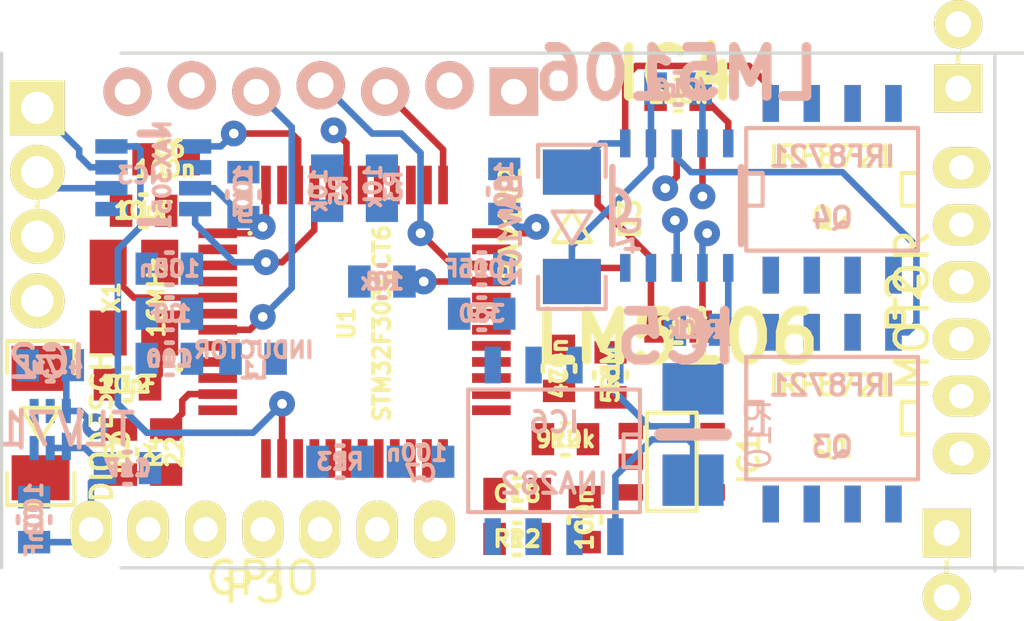
<source format=kicad_pcb>
(kicad_pcb (version 3) (host pcbnew "(2013-may-18)-stable")

  (general
    (links 159)
    (no_connects 123)
    (area 120.187667 88.146 154.050001 107.872)
    (thickness 1.6)
    (drawings 4)
    (tracks 152)
    (zones 0)
    (modules 53)
    (nets 47)
  )

  (page A4)
  (title_block 
    (title "Motor control board")
    (rev 0)
    (company CVRA)
  )

  (layers
    (15 F.Cu signal)
    (2 Inner2.Cu signal)
    (1 Inner1.Cu signal)
    (0 B.Cu signal)
    (16 B.Adhes user)
    (17 F.Adhes user)
    (18 B.Paste user)
    (19 F.Paste user)
    (20 B.SilkS user)
    (21 F.SilkS user)
    (22 B.Mask user hide)
    (23 F.Mask user hide)
    (28 Edge.Cuts user)
  )

  (setup
    (last_trace_width 0.204)
    (trace_clearance 0.204)
    (zone_clearance 0.508)
    (zone_45_only no)
    (trace_min 0.204)
    (segment_width 0.2)
    (edge_width 0.1)
    (via_size 0.8)
    (via_drill 0.3)
    (via_min_size 0.8)
    (via_min_drill 0.3)
    (uvia_size 0.508)
    (uvia_drill 0.127)
    (uvias_allowed no)
    (uvia_min_size 0.508)
    (uvia_min_drill 0.127)
    (pcb_text_width 0.3)
    (pcb_text_size 1.5 1.5)
    (mod_edge_width 0.15)
    (mod_text_size 1 1)
    (mod_text_width 0.15)
    (pad_size 1.27 1.778)
    (pad_drill 0.762)
    (pad_to_mask_clearance 0)
    (aux_axis_origin 0 0)
    (visible_elements 7FFFFF4F)
    (pcbplotparams
      (layerselection 3178497)
      (usegerberextensions false)
      (excludeedgelayer true)
      (linewidth 0.150000)
      (plotframeref false)
      (viasonmask false)
      (mode 1)
      (useauxorigin false)
      (hpglpennumber 1)
      (hpglpenspeed 20)
      (hpglpendiameter 15)
      (hpglpenoverlay 2)
      (psnegative false)
      (psa4output false)
      (plotreference true)
      (plotvalue true)
      (plotothertext true)
      (plotinvisibletext false)
      (padsonsilk false)
      (subtractmaskfromsilk false)
      (outputformat 2)
      (mirror false)
      (drillshape 0)
      (scaleselection 1)
      (outputdirectory ""))
  )

  (net 0 "")
  (net 1 +3.3V)
  (net 2 +3.3V_A)
  (net 3 +5V)
  (net 4 +5V_protected)
  (net 5 +9V)
  (net 6 +BATT)
  (net 7 A)
  (net 8 ADC/I_MOT)
  (net 9 ADC/V_BAT)
  (net 10 B)
  (net 11 CANH)
  (net 12 CANL)
  (net 13 CAN_SPEED)
  (net 14 GND)
  (net 15 GPIO_A)
  (net 16 GPIO_ADC)
  (net 17 GPIO_B)
  (net 18 I)
  (net 19 LED)
  (net 20 Mot+)
  (net 21 Mot-)
  (net 22 Mot_En_1)
  (net 23 Mot_En_2)
  (net 24 N-0000014)
  (net 25 N-0000034)
  (net 26 N-0000039)
  (net 27 N-0000040)
  (net 28 N-0000041)
  (net 29 N-0000042)
  (net 30 N-0000043)
  (net 31 N-0000044)
  (net 32 N-0000047)
  (net 33 N-0000048)
  (net 34 N-0000049)
  (net 35 N-0000051)
  (net 36 N-0000053)
  (net 37 N-0000055)
  (net 38 N-0000064)
  (net 39 N-0000065)
  (net 40 PWM1)
  (net 41 PWM2)
  (net 42 Reset)
  (net 43 Rx)
  (net 44 Swdclk)
  (net 45 Swdio)
  (net 46 Tx)

  (net_class Default "Ceci est la Netclass par défaut"
    (clearance 0.204)
    (trace_width 0.204)
    (via_dia 0.8)
    (via_drill 0.3)
    (uvia_dia 0.508)
    (uvia_drill 0.127)
    (add_net "")
    (add_net +3.3V)
    (add_net +3.3V_A)
    (add_net +5V)
    (add_net +5V_protected)
    (add_net +9V)
    (add_net +BATT)
    (add_net A)
    (add_net ADC/I_MOT)
    (add_net ADC/V_BAT)
    (add_net B)
    (add_net CANH)
    (add_net CANL)
    (add_net CAN_SPEED)
    (add_net GND)
    (add_net GPIO_A)
    (add_net GPIO_ADC)
    (add_net GPIO_B)
    (add_net I)
    (add_net LED)
    (add_net Mot+)
    (add_net Mot-)
    (add_net Mot_En_1)
    (add_net Mot_En_2)
    (add_net N-0000014)
    (add_net N-0000034)
    (add_net N-0000039)
    (add_net N-0000040)
    (add_net N-0000041)
    (add_net N-0000042)
    (add_net N-0000043)
    (add_net N-0000044)
    (add_net N-0000047)
    (add_net N-0000048)
    (add_net N-0000049)
    (add_net N-0000051)
    (add_net N-0000053)
    (add_net N-0000055)
    (add_net N-0000064)
    (add_net N-0000065)
    (add_net PWM1)
    (add_net PWM2)
    (add_net Reset)
    (add_net Rx)
    (add_net Swdclk)
    (add_net Swdio)
    (add_net Tx)
  )

  (module _0603 (layer B.Cu) (tedit 54723EDE) (tstamp 5463C27F)
    (at 135.3 102.7 180)
    (path /5455538E)
    (fp_text reference C7 (at -0.003 -0.363 180) (layer B.SilkS)
      (effects (font (size 0.5 0.5) (thickness 0.125)) (justify mirror))
    )
    (fp_text value 100n (at 0.124 0.272 180) (layer B.SilkS)
      (effects (font (size 0.5 0.5) (thickness 0.125)) (justify mirror))
    )
    (fp_line (start 0.1 -0.5) (end -0.1 -0.5) (layer B.SilkS) (width 0.15))
    (fp_line (start 0.1 0.5) (end -0.1 0.5) (layer B.SilkS) (width 0.15))
    (pad 2 smd rect (at 0.7 0 180) (size 0.7 1)
      (layers B.Cu B.Paste B.Mask)
      (net 14 GND)
    )
    (pad 1 smd rect (at -0.7 0 180) (size 0.7 1)
      (layers B.Cu B.Paste B.Mask)
      (net 1 +3.3V)
    )
  )

  (module _0603 (layer B.Cu) (tedit 52FFB20E) (tstamp 5463C287)
    (at 137.9 94.3 90)
    (path /545555F7)
    (fp_text reference C9 (at 0 0 90) (layer B.SilkS)
      (effects (font (size 0.5 0.5) (thickness 0.125)) (justify mirror))
    )
    (fp_text value 100n (at 0 0 90) (layer B.SilkS)
      (effects (font (size 0.5 0.5) (thickness 0.125)) (justify mirror))
    )
    (fp_line (start 0.1 -0.5) (end -0.1 -0.5) (layer B.SilkS) (width 0.15))
    (fp_line (start 0.1 0.5) (end -0.1 0.5) (layer B.SilkS) (width 0.15))
    (pad 2 smd rect (at 0.7 0 90) (size 0.7 1)
      (layers B.Cu B.Paste B.Mask)
      (net 14 GND)
    )
    (pad 1 smd rect (at -0.7 0 90) (size 0.7 1)
      (layers B.Cu B.Paste B.Mask)
      (net 1 +3.3V)
    )
  )

  (module _0603 (layer B.Cu) (tedit 52FFB20E) (tstamp 5463C28F)
    (at 127.5 99.5 180)
    (path /545565F8)
    (fp_text reference C10 (at 0 0 180) (layer B.SilkS)
      (effects (font (size 0.5 0.5) (thickness 0.125)) (justify mirror))
    )
    (fp_text value 10n (at 0 0 180) (layer B.SilkS)
      (effects (font (size 0.5 0.5) (thickness 0.125)) (justify mirror))
    )
    (fp_line (start 0.1 -0.5) (end -0.1 -0.5) (layer B.SilkS) (width 0.15))
    (fp_line (start 0.1 0.5) (end -0.1 0.5) (layer B.SilkS) (width 0.15))
    (pad 2 smd rect (at 0.7 0 180) (size 0.7 1)
      (layers B.Cu B.Paste B.Mask)
      (net 14 GND)
    )
    (pad 1 smd rect (at -0.7 0 180) (size 0.7 1)
      (layers B.Cu B.Paste B.Mask)
      (net 2 +3.3V_A)
    )
  )

  (module _0603 (layer F.Cu) (tedit 54723F30) (tstamp 5463C297)
    (at 127.4 93.3 180)
    (path /545551E1)
    (fp_text reference C6 (at -0.1 0.331 180) (layer F.SilkS)
      (effects (font (size 0.5 0.5) (thickness 0.125)))
    )
    (fp_text value 100n (at 0.027 -0.304 180) (layer F.SilkS)
      (effects (font (size 0.5 0.5) (thickness 0.125)))
    )
    (fp_line (start 0.1 0.5) (end -0.1 0.5) (layer F.SilkS) (width 0.15))
    (fp_line (start 0.1 -0.5) (end -0.1 -0.5) (layer F.SilkS) (width 0.15))
    (pad 2 smd rect (at 0.7 0 180) (size 0.7 1)
      (layers F.Cu F.Paste F.Mask)
      (net 14 GND)
    )
    (pad 1 smd rect (at -0.7 0 180) (size 0.7 1)
      (layers F.Cu F.Paste F.Mask)
      (net 1 +3.3V)
    )
  )

  (module _0603 (layer B.Cu) (tedit 52FFB20E) (tstamp 54779F50)
    (at 129.8 94.4 270)
    (path /5455302F)
    (fp_text reference C13 (at 0 0 270) (layer B.SilkS)
      (effects (font (size 0.5 0.5) (thickness 0.125)) (justify mirror))
    )
    (fp_text value 100n (at 0 0 270) (layer B.SilkS)
      (effects (font (size 0.5 0.5) (thickness 0.125)) (justify mirror))
    )
    (fp_line (start 0.1 -0.5) (end -0.1 -0.5) (layer B.SilkS) (width 0.15))
    (fp_line (start 0.1 0.5) (end -0.1 0.5) (layer B.SilkS) (width 0.15))
    (pad 2 smd rect (at 0.7 0 270) (size 0.7 1)
      (layers B.Cu B.Paste B.Mask)
      (net 1 +3.3V)
    )
    (pad 1 smd rect (at -0.7 0 270) (size 0.7 1)
      (layers B.Cu B.Paste B.Mask)
      (net 14 GND)
    )
  )

  (module _0603 (layer F.Cu) (tedit 52FFB20E) (tstamp 5463C2A7)
    (at 126.7 94.9)
    (path /54554BFB)
    (fp_text reference C11 (at 0 0) (layer F.SilkS)
      (effects (font (size 0.5 0.5) (thickness 0.125)))
    )
    (fp_text value 10pF (at 0 0) (layer F.SilkS)
      (effects (font (size 0.5 0.5) (thickness 0.125)))
    )
    (fp_line (start 0.1 0.5) (end -0.1 0.5) (layer F.SilkS) (width 0.15))
    (fp_line (start 0.1 -0.5) (end -0.1 -0.5) (layer F.SilkS) (width 0.15))
    (pad 2 smd rect (at 0.7 0) (size 0.7 1)
      (layers F.Cu F.Paste F.Mask)
      (net 14 GND)
    )
    (pad 1 smd rect (at -0.7 0) (size 0.7 1)
      (layers F.Cu F.Paste F.Mask)
      (net 39 N-0000065)
    )
  )

  (module _0603 (layer F.Cu) (tedit 52FFB20E) (tstamp 547672CA)
    (at 126.2 100.3 180)
    (path /54554C08)
    (fp_text reference C12 (at 0 0 180) (layer F.SilkS)
      (effects (font (size 0.5 0.5) (thickness 0.125)))
    )
    (fp_text value 10pF (at 0 0 180) (layer F.SilkS)
      (effects (font (size 0.5 0.5) (thickness 0.125)))
    )
    (fp_line (start 0.1 0.5) (end -0.1 0.5) (layer F.SilkS) (width 0.15))
    (fp_line (start 0.1 -0.5) (end -0.1 -0.5) (layer F.SilkS) (width 0.15))
    (pad 2 smd rect (at 0.7 0 180) (size 0.7 1)
      (layers F.Cu F.Paste F.Mask)
      (net 14 GND)
    )
    (pad 1 smd rect (at -0.7 0 180) (size 0.7 1)
      (layers F.Cu F.Paste F.Mask)
      (net 38 N-0000064)
    )
  )

  (module CVRA-SOT23-5 (layer F.Cu) (tedit 4D5FCE2E) (tstamp 546CF21D)
    (at 143.1 102.7 270)
    (descr SOT23-5)
    (path /5454DAE1)
    (attr smd)
    (fp_text reference IC1 (at -0.0762 -2.4003 270) (layer F.SilkS)
      (effects (font (size 0.635 0.635) (thickness 0.127)))
    )
    (fp_text value TPS71501 (at 0.0508 2.57556 270) (layer F.SilkS) hide
      (effects (font (size 0.635 0.635) (thickness 0.127)))
    )
    (fp_line (start -1.524 -0.7747) (end -1.524 0.7747) (layer F.SilkS) (width 0.127))
    (fp_line (start 1.524 0.7747) (end 1.524 -0.7747) (layer F.SilkS) (width 0.127))
    (fp_line (start 1.524 0.7747) (end -1.524 0.7747) (layer F.SilkS) (width 0.127))
    (fp_line (start 1.524 -0.7747) (end -1.524 -0.7747) (layer F.SilkS) (width 0.127))
    (pad 1 smd rect (at -0.9525 1.27 270) (size 0.508 0.762)
      (layers F.Cu F.Paste F.Mask)
      (net 31 N-0000044)
    )
    (pad 3 smd rect (at 0.9525 1.27 270) (size 0.508 0.762)
      (layers F.Cu F.Paste F.Mask)
    )
    (pad 5 smd rect (at -0.9525 -1.27 270) (size 0.508 0.762)
      (layers F.Cu F.Paste F.Mask)
      (net 5 +9V)
    )
    (pad 2 smd rect (at 0 1.27 270) (size 0.508 0.762)
      (layers F.Cu F.Paste F.Mask)
      (net 14 GND)
    )
    (pad 4 smd rect (at 0.9525 -1.27 270) (size 0.508 0.762)
      (layers F.Cu F.Paste F.Mask)
      (net 6 +BATT)
    )
    (model smd/SOT23_5.wrl
      (at (xyz 0 0 0))
      (scale (xyz 0.1 0.1 0.1))
      (rotate (xyz 0 0 0))
    )
  )

  (module CVRA-SOD80C (layer F.Cu) (tedit 50D5A978) (tstamp 546CF22C)
    (at 123.5 101.5 90)
    (descr DIODE)
    (tags DIODE)
    (path /545AA394)
    (attr smd)
    (fp_text reference D1 (at -0.24892 -1.80086 90) (layer F.SilkS)
      (effects (font (size 0.635 0.635) (thickness 0.127)))
    )
    (fp_text value DIODESCH (at -0.09906 1.89992 90) (layer F.SilkS)
      (effects (font (size 0.635 0.635) (thickness 0.127)))
    )
    (fp_line (start 2.55016 1.04902) (end 2.55016 -1.04902) (layer F.SilkS) (width 0.127))
    (fp_line (start -2.55016 1.04902) (end -2.55016 -1.04902) (layer F.SilkS) (width 0.127))
    (fp_line (start 2.54762 1.04902) (end 1.54686 1.04902) (layer F.SilkS) (width 0.127))
    (fp_line (start 2.55016 -1.04902) (end 1.5494 -1.04902) (layer F.SilkS) (width 0.127))
    (fp_line (start -2.54762 -1.04902) (end -1.54686 -1.04902) (layer F.SilkS) (width 0.127))
    (fp_line (start -2.55016 1.04902) (end -1.5494 1.04902) (layer F.SilkS) (width 0.127))
    (fp_line (start 0.47498 -0.59944) (end -0.5207 0) (layer F.SilkS) (width 0.127))
    (fp_line (start -0.5207 0) (end 0.47498 0.59944) (layer F.SilkS) (width 0.127))
    (fp_line (start 0.47498 0.59944) (end 0.47498 -0.59944) (layer F.SilkS) (width 0.127))
    (pad 1 smd rect (at 1.69926 0 90) (size 1.39954 1.79832)
      (layers F.Cu F.Paste F.Mask)
      (net 3 +5V)
    )
    (pad 2 smd rect (at -1.69926 0 90) (size 1.39954 1.79832)
      (layers F.Cu F.Paste F.Mask)
      (net 4 +5V_protected)
    )
  )

  (module CVRA-1206-1 (layer B.Cu) (tedit 5471D340) (tstamp 546CF233)
    (at 143.764 101.854 90)
    (descr 1206)
    (tags "cvra 1206 smd")
    (path /545545D1)
    (attr smd)
    (fp_text reference R10 (at 0 2.032 90) (layer B.SilkS)
      (effects (font (size 0.762 0.762) (thickness 0.0889)) (justify mirror))
    )
    (fp_text value 0.01R (at 0 0.25 90) (layer B.SilkS) hide
      (effects (font (size 0.762 0.762) (thickness 0.0889)) (justify mirror))
    )
    (fp_line (start 0 1.016) (end 0 -1.016) (layer B.SilkS) (width 0.381))
    (pad 1 smd rect (at -1.41986 0 90) (size 1.59766 1.89992)
      (layers B.Cu B.Paste B.Mask)
      (net 21 Mot-)
    )
    (pad 2 smd rect (at 1.41986 0 90) (size 1.59766 1.89992)
      (layers B.Cu B.Paste B.Mask)
      (net 32 N-0000047)
    )
  )

  (module _TSX-3225-SMD-XTAL (layer F.Cu) (tedit 52FF9E9F) (tstamp 547672AF)
    (at 126.4 97.6 90)
    (path /54554655)
    (fp_text reference X1 (at 0 -0.7 90) (layer F.SilkS)
      (effects (font (size 0.5 0.5) (thickness 0.125)))
    )
    (fp_text value 16MHz (at 0 0.7 90) (layer F.SilkS)
      (effects (font (size 0.5 0.5) (thickness 0.125)))
    )
    (fp_line (start -2.2 1.4) (end -2.2 1.41) (layer F.SilkS) (width 0.25))
    (pad 4 smd rect (at -1.1 -0.8 90) (size 1.4 1.15)
      (layers F.Cu F.Paste F.Mask)
    )
    (pad 3 smd rect (at 1.1 -0.8 90) (size 1.4 1.15)
      (layers F.Cu F.Paste F.Mask)
      (net 39 N-0000065)
    )
    (pad 2 smd rect (at 1.1 0.8 90) (size 1.4 1.15)
      (layers F.Cu F.Paste F.Mask)
    )
    (pad 1 smd rect (at -1.1 0.8 90) (size 1.4 1.15)
      (layers F.Cu F.Paste F.Mask)
      (net 38 N-0000064)
    )
  )

  (module _SOT23-8 (layer B.Cu) (tedit 54723DCE) (tstamp 547DCA0A)
    (at 128.3 92.9 270)
    (path /54550D3F)
    (fp_text reference IC3 (at 0.9 1.8 540) (layer B.SilkS)
      (effects (font (size 0.5 0.5) (thickness 0.125)) (justify mirror))
    )
    (fp_text value MAX3051 (at 0.889 1.016 270) (layer B.SilkS)
      (effects (font (size 0.5 0.5) (thickness 0.125)) (justify mirror))
    )
    (fp_line (start -0.4 1.7) (end -0.4 0.9) (layer B.SilkS) (width 0.25))
    (fp_line (start 2.35 1.7) (end 2.35 0.9) (layer B.SilkS) (width 0.25))
    (fp_line (start 0 1) (end 0 1.01) (layer B.SilkS) (width 0.25))
    (pad 8 smd rect (at 0 2.6 270) (size 0.45 1)
      (layers B.Cu B.Paste B.Mask)
      (net 13 CAN_SPEED)
    )
    (pad 7 smd rect (at 0.65 2.6 270) (size 0.45 1)
      (layers B.Cu B.Paste B.Mask)
      (net 11 CANH)
    )
    (pad 6 smd rect (at 1.3 2.6 270) (size 0.45 1)
      (layers B.Cu B.Paste B.Mask)
      (net 12 CANL)
    )
    (pad 5 smd rect (at 1.95 2.6 270) (size 0.45 1)
      (layers B.Cu B.Paste B.Mask)
      (net 14 GND)
    )
    (pad 4 smd rect (at 1.95 0 270) (size 0.45 1)
      (layers B.Cu B.Paste B.Mask)
      (net 27 N-0000040)
    )
    (pad 3 smd rect (at 1.3 0 270) (size 0.45 1)
      (layers B.Cu B.Paste B.Mask)
      (net 1 +3.3V)
    )
    (pad 2 smd rect (at 0.65 0 270) (size 0.45 1)
      (layers B.Cu B.Paste B.Mask)
      (net 14 GND)
    )
    (pad 1 smd rect (at 0 0 270) (size 0.45 1)
      (layers B.Cu B.Paste B.Mask)
      (net 26 N-0000039)
    )
  )

  (module _Pin2mm_7z (layer B.Cu) (tedit 531E2914) (tstamp 546CF256)
    (at 132.2 91.2 180)
    (path /545F85B0)
    (fp_text reference P5 (at 0 0 180) (layer B.SilkS)
      (effects (font (size 0.127 0.127) (thickness 0.03175)) (justify mirror))
    )
    (fp_text value DBG (at 0 0 180) (layer B.SilkS)
      (effects (font (size 0.127 0.127) (thickness 0.03175)) (justify mirror))
    )
    (pad 7 thru_hole circle (at 6 0 180) (size 1.5 1.5) (drill 0.8)
      (layers *.Cu *.Mask B.SilkS)
      (net 1 +3.3V)
    )
    (pad 6 thru_hole circle (at 4 0.2 180) (size 1.5 1.5) (drill 0.8)
      (layers *.Cu *.Mask B.SilkS)
      (net 14 GND)
    )
    (pad 5 thru_hole circle (at 2 0 180) (size 1.5 1.5) (drill 0.8)
      (layers *.Cu *.Mask B.SilkS)
      (net 42 Reset)
    )
    (pad 4 thru_hole circle (at 0 0.2 180) (size 1.5 1.5) (drill 0.8)
      (layers *.Cu *.Mask B.SilkS)
      (net 45 Swdio)
    )
    (pad 3 thru_hole circle (at -2 0 180) (size 1.5 1.5) (drill 0.8)
      (layers *.Cu *.Mask B.SilkS)
      (net 44 Swdclk)
    )
    (pad 1 thru_hole rect (at -6 0 180) (size 1.5 1.5) (drill 0.8)
      (layers *.Cu *.Mask B.SilkS)
      (net 43 Rx)
    )
    (pad 2 thru_hole circle (at -4 0.2 180) (size 1.5 1.5) (drill 0.8)
      (layers *.Cu *.Mask B.SilkS)
      (net 46 Tx)
    )
  )

  (module _Pin2mm_2 (layer F.Cu) (tedit 531E284D) (tstamp 547262A7)
    (at 152 90.1 90)
    (path /54765D5C)
    (fp_text reference P6 (at 0 0 90) (layer F.SilkS)
      (effects (font (size 0.127 0.127) (thickness 0.03175)))
    )
    (fp_text value CONN_1 (at 0 0 90) (layer F.SilkS)
      (effects (font (size 0.127 0.127) (thickness 0.03175)))
    )
    (pad 1 thru_hole rect (at -1 0 90) (size 1.5 1.5) (drill 0.8)
      (layers *.Cu *.Mask F.SilkS)
      (net 14 GND)
    )
    (pad 2 thru_hole circle (at 1 0 90) (size 1.5 1.5) (drill 0.8)
      (layers *.Cu *.Mask F.SilkS)
    )
  )

  (module _Pin2mm_2 (layer F.Cu) (tedit 531E284D) (tstamp 547262AE)
    (at 151.638 105.918 270)
    (path /54765D4F)
    (fp_text reference P4 (at 0 0 270) (layer F.SilkS)
      (effects (font (size 0.127 0.127) (thickness 0.03175)))
    )
    (fp_text value CONN_1 (at 0 0 270) (layer F.SilkS)
      (effects (font (size 0.127 0.127) (thickness 0.03175)))
    )
    (pad 1 thru_hole rect (at -1 0 270) (size 1.5 1.5) (drill 0.8)
      (layers *.Cu *.Mask F.SilkS)
      (net 6 +BATT)
    )
    (pad 2 thru_hole circle (at 1 0 270) (size 1.5 1.5) (drill 0.8)
      (layers *.Cu *.Mask F.SilkS)
    )
  )

  (module _LQFP48 (layer F.Cu) (tedit 52FFA100) (tstamp 546CF2B9)
    (at 129 95.6 270)
    (path /5454D881)
    (fp_text reference U1 (at 2.8 -4 270) (layer F.SilkS)
      (effects (font (size 0.5 0.5) (thickness 0.125)))
    )
    (fp_text value STM32F303CCT6 (at 2.8 -5.1 270) (layer F.SilkS)
      (effects (font (size 0.5 0.5) (thickness 0.125)))
    )
    (fp_line (start 0 -1) (end 0 -1.01) (layer F.SilkS) (width 0.15))
    (pad 1 smd rect (at 0 0 270) (size 0.3 1.2)
      (layers F.Cu F.Paste F.Mask)
      (net 1 +3.3V)
    )
    (pad 2 smd rect (at 0.5 0 270) (size 0.3 1.2)
      (layers F.Cu F.Paste F.Mask)
    )
    (pad 3 smd rect (at 1 0 270) (size 0.3 1.2)
      (layers F.Cu F.Paste F.Mask)
    )
    (pad 4 smd rect (at 1.5 0 270) (size 0.3 1.2)
      (layers F.Cu F.Paste F.Mask)
    )
    (pad 5 smd rect (at 2 0 270) (size 0.3 1.2)
      (layers F.Cu F.Paste F.Mask)
      (net 39 N-0000065)
    )
    (pad 6 smd rect (at 2.5 0 270) (size 0.3 1.2)
      (layers F.Cu F.Paste F.Mask)
      (net 38 N-0000064)
    )
    (pad 7 smd rect (at 3 0 270) (size 0.3 1.2)
      (layers F.Cu F.Paste F.Mask)
      (net 42 Reset)
    )
    (pad 8 smd rect (at 3.5 0 270) (size 0.3 1.2)
      (layers F.Cu F.Paste F.Mask)
      (net 14 GND)
    )
    (pad 9 smd rect (at 4 0 270) (size 0.3 1.2)
      (layers F.Cu F.Paste F.Mask)
      (net 2 +3.3V_A)
    )
    (pad 10 smd rect (at 4.5 0 270) (size 0.3 1.2)
      (layers F.Cu F.Paste F.Mask)
      (net 16 GPIO_ADC)
    )
    (pad 11 smd rect (at 5 0 270) (size 0.3 1.2)
      (layers F.Cu F.Paste F.Mask)
      (net 19 LED)
    )
    (pad 12 smd rect (at 5.5 0 270) (size 0.3 1.2)
      (layers F.Cu F.Paste F.Mask)
    )
    (pad 13 smd rect (at 7 -1.5 180) (size 0.3 1.2)
      (layers F.Cu F.Paste F.Mask)
    )
    (pad 14 smd rect (at 7 -2 180) (size 0.3 1.2)
      (layers F.Cu F.Paste F.Mask)
      (net 13 CAN_SPEED)
    )
    (pad 15 smd rect (at 7 -2.5 180) (size 0.3 1.2)
      (layers F.Cu F.Paste F.Mask)
      (net 8 ADC/I_MOT)
    )
    (pad 16 smd rect (at 7 -3 180) (size 0.3 1.2)
      (layers F.Cu F.Paste F.Mask)
      (net 9 ADC/V_BAT)
    )
    (pad 17 smd rect (at 7 -3.5 180) (size 0.3 1.2)
      (layers F.Cu F.Paste F.Mask)
    )
    (pad 18 smd rect (at 7 -4 180) (size 0.3 1.2)
      (layers F.Cu F.Paste F.Mask)
    )
    (pad 19 smd rect (at 7 -4.5 180) (size 0.3 1.2)
      (layers F.Cu F.Paste F.Mask)
    )
    (pad 20 smd rect (at 7 -5 180) (size 0.3 1.2)
      (layers F.Cu F.Paste F.Mask)
    )
    (pad 21 smd rect (at 7 -5.5 180) (size 0.3 1.2)
      (layers F.Cu F.Paste F.Mask)
      (net 46 Tx)
    )
    (pad 22 smd rect (at 7 -6 180) (size 0.3 1.2)
      (layers F.Cu F.Paste F.Mask)
      (net 43 Rx)
    )
    (pad 23 smd rect (at 7 -6.5 180) (size 0.3 1.2)
      (layers F.Cu F.Paste F.Mask)
      (net 14 GND)
    )
    (pad 24 smd rect (at 7 -7 180) (size 0.3 1.2)
      (layers F.Cu F.Paste F.Mask)
      (net 1 +3.3V)
    )
    (pad 25 smd rect (at 5.5 -8.5 90) (size 0.3 1.2)
      (layers F.Cu F.Paste F.Mask)
    )
    (pad 26 smd rect (at 5 -8.5 90) (size 0.3 1.2)
      (layers F.Cu F.Paste F.Mask)
    )
    (pad 27 smd rect (at 4.5 -8.5 90) (size 0.3 1.2)
      (layers F.Cu F.Paste F.Mask)
    )
    (pad 28 smd rect (at 4 -8.5 90) (size 0.3 1.2)
      (layers F.Cu F.Paste F.Mask)
    )
    (pad 29 smd rect (at 3.5 -8.5 90) (size 0.3 1.2)
      (layers F.Cu F.Paste F.Mask)
      (net 40 PWM1)
    )
    (pad 30 smd rect (at 3 -8.5 90) (size 0.3 1.2)
      (layers F.Cu F.Paste F.Mask)
      (net 41 PWM2)
    )
    (pad 31 smd rect (at 2.5 -8.5 90) (size 0.3 1.2)
      (layers F.Cu F.Paste F.Mask)
      (net 22 Mot_En_1)
    )
    (pad 32 smd rect (at 2 -8.5 90) (size 0.3 1.2)
      (layers F.Cu F.Paste F.Mask)
      (net 23 Mot_En_2)
    )
    (pad 33 smd rect (at 1.5 -8.5 90) (size 0.3 1.2)
      (layers F.Cu F.Paste F.Mask)
      (net 18 I)
    )
    (pad 34 smd rect (at 1 -8.5 90) (size 0.3 1.2)
      (layers F.Cu F.Paste F.Mask)
      (net 45 Swdio)
    )
    (pad 35 smd rect (at 0.5 -8.5 90) (size 0.3 1.2)
      (layers F.Cu F.Paste F.Mask)
      (net 14 GND)
    )
    (pad 36 smd rect (at 0 -8.5 90) (size 0.3 1.2)
      (layers F.Cu F.Paste F.Mask)
      (net 1 +3.3V)
    )
    (pad 37 smd rect (at -1.5 -7) (size 0.3 1.2)
      (layers F.Cu F.Paste F.Mask)
      (net 44 Swdclk)
    )
    (pad 38 smd rect (at -1.5 -6.5) (size 0.3 1.2)
      (layers F.Cu F.Paste F.Mask)
    )
    (pad 39 smd rect (at -1.5 -6) (size 0.3 1.2)
      (layers F.Cu F.Paste F.Mask)
    )
    (pad 40 smd rect (at -1.5 -5.5) (size 0.3 1.2)
      (layers F.Cu F.Paste F.Mask)
      (net 15 GPIO_A)
    )
    (pad 41 smd rect (at -1.5 -5) (size 0.3 1.2)
      (layers F.Cu F.Paste F.Mask)
      (net 17 GPIO_B)
    )
    (pad 42 smd rect (at -1.5 -4.5) (size 0.3 1.2)
      (layers F.Cu F.Paste F.Mask)
      (net 7 A)
    )
    (pad 43 smd rect (at -1.5 -4) (size 0.3 1.2)
      (layers F.Cu F.Paste F.Mask)
      (net 10 B)
    )
    (pad 44 smd rect (at -1.5 -3.5) (size 0.3 1.2)
      (layers F.Cu F.Paste F.Mask)
      (net 14 GND)
    )
    (pad 45 smd rect (at -1.5 -3) (size 0.3 1.2)
      (layers F.Cu F.Paste F.Mask)
      (net 27 N-0000040)
    )
    (pad 46 smd rect (at -1.5 -2.5) (size 0.3 1.2)
      (layers F.Cu F.Paste F.Mask)
      (net 26 N-0000039)
    )
    (pad 47 smd rect (at -1.5 -2) (size 0.3 1.2)
      (layers F.Cu F.Paste F.Mask)
      (net 14 GND)
    )
    (pad 48 smd rect (at -1.5 -1.5) (size 0.3 1.2)
      (layers F.Cu F.Paste F.Mask)
      (net 1 +3.3V)
    )
  )

  (module _0603 (layer B.Cu) (tedit 52FFB20E) (tstamp 546CF2C1)
    (at 137.2 98.1)
    (path /545A9ECA)
    (fp_text reference R9 (at 0 0) (layer B.SilkS)
      (effects (font (size 0.5 0.5) (thickness 0.125)) (justify mirror))
    )
    (fp_text value 330 (at 0 0) (layer B.SilkS)
      (effects (font (size 0.5 0.5) (thickness 0.125)) (justify mirror))
    )
    (fp_line (start 0.1 -0.5) (end -0.1 -0.5) (layer B.SilkS) (width 0.15))
    (fp_line (start 0.1 0.5) (end -0.1 0.5) (layer B.SilkS) (width 0.15))
    (pad 2 smd rect (at 0.7 0) (size 0.7 1)
      (layers B.Cu B.Paste B.Mask)
      (net 24 N-0000014)
    )
    (pad 1 smd rect (at -0.7 0) (size 0.7 1)
      (layers B.Cu B.Paste B.Mask)
      (net 8 ADC/I_MOT)
    )
  )

  (module _0603 (layer F.Cu) (tedit 52FFB20E) (tstamp 546CF2C9)
    (at 138.3 103.7)
    (path /5464CC4E)
    (fp_text reference C18 (at 0 0) (layer F.SilkS)
      (effects (font (size 0.5 0.5) (thickness 0.125)))
    )
    (fp_text value C (at 0 0) (layer F.SilkS)
      (effects (font (size 0.5 0.5) (thickness 0.125)))
    )
    (fp_line (start 0.1 0.5) (end -0.1 0.5) (layer F.SilkS) (width 0.15))
    (fp_line (start 0.1 -0.5) (end -0.1 -0.5) (layer F.SilkS) (width 0.15))
    (pad 2 smd rect (at 0.7 0) (size 0.7 1)
      (layers F.Cu F.Paste F.Mask)
      (net 14 GND)
    )
    (pad 1 smd rect (at -0.7 0) (size 0.7 1)
      (layers F.Cu F.Paste F.Mask)
      (net 9 ADC/V_BAT)
    )
  )

  (module _0603 (layer B.Cu) (tedit 52FFB20E) (tstamp 546CF2D1)
    (at 132.8 102.7)
    (path /5464CC3F)
    (fp_text reference R13 (at 0 0) (layer B.SilkS)
      (effects (font (size 0.5 0.5) (thickness 0.125)) (justify mirror))
    )
    (fp_text value R (at 0 0) (layer B.SilkS)
      (effects (font (size 0.5 0.5) (thickness 0.125)) (justify mirror))
    )
    (fp_line (start 0.1 -0.5) (end -0.1 -0.5) (layer B.SilkS) (width 0.15))
    (fp_line (start 0.1 0.5) (end -0.1 0.5) (layer B.SilkS) (width 0.15))
    (pad 2 smd rect (at 0.7 0) (size 0.7 1)
      (layers B.Cu B.Paste B.Mask)
      (net 14 GND)
    )
    (pad 1 smd rect (at -0.7 0) (size 0.7 1)
      (layers B.Cu B.Paste B.Mask)
      (net 9 ADC/V_BAT)
    )
  )

  (module _0603 (layer F.Cu) (tedit 52FFB20E) (tstamp 546CF2D9)
    (at 138.3 105.1 180)
    (path /5464CC30)
    (fp_text reference R12 (at 0 0 180) (layer F.SilkS)
      (effects (font (size 0.5 0.5) (thickness 0.125)))
    )
    (fp_text value R (at 0 0 180) (layer F.SilkS)
      (effects (font (size 0.5 0.5) (thickness 0.125)))
    )
    (fp_line (start 0.1 0.5) (end -0.1 0.5) (layer F.SilkS) (width 0.15))
    (fp_line (start 0.1 -0.5) (end -0.1 -0.5) (layer F.SilkS) (width 0.15))
    (pad 2 smd rect (at 0.7 0 180) (size 0.7 1)
      (layers F.Cu F.Paste F.Mask)
      (net 9 ADC/V_BAT)
    )
    (pad 1 smd rect (at -0.7 0 180) (size 0.7 1)
      (layers F.Cu F.Paste F.Mask)
      (net 6 +BATT)
    )
  )

  (module _0603 (layer B.Cu) (tedit 52FFB20E) (tstamp 546CF2E1)
    (at 126.2 102.9)
    (path /5464C052)
    (fp_text reference C17 (at 0 0) (layer B.SilkS)
      (effects (font (size 0.5 0.5) (thickness 0.125)) (justify mirror))
    )
    (fp_text value 1uF (at 0 0) (layer B.SilkS)
      (effects (font (size 0.5 0.5) (thickness 0.125)) (justify mirror))
    )
    (fp_line (start 0.1 -0.5) (end -0.1 -0.5) (layer B.SilkS) (width 0.15))
    (fp_line (start 0.1 0.5) (end -0.1 0.5) (layer B.SilkS) (width 0.15))
    (pad 2 smd rect (at 0.7 0) (size 0.7 1)
      (layers B.Cu B.Paste B.Mask)
      (net 14 GND)
    )
    (pad 1 smd rect (at -0.7 0) (size 0.7 1)
      (layers B.Cu B.Paste B.Mask)
      (net 4 +5V_protected)
    )
  )

  (module _0603 (layer B.Cu) (tedit 54723F1F) (tstamp 546CF2E9)
    (at 130.1 99.5 180)
    (path /545AB33A)
    (fp_text reference L1 (at -0.021 -0.363 180) (layer B.SilkS)
      (effects (font (size 0.5 0.5) (thickness 0.125)) (justify mirror))
    )
    (fp_text value INDUCTOR (at -0.021 0.272 180) (layer B.SilkS)
      (effects (font (size 0.5 0.5) (thickness 0.125)) (justify mirror))
    )
    (fp_line (start 0.1 -0.5) (end -0.1 -0.5) (layer B.SilkS) (width 0.15))
    (fp_line (start 0.1 0.5) (end -0.1 0.5) (layer B.SilkS) (width 0.15))
    (pad 2 smd rect (at 0.7 0 180) (size 0.7 1)
      (layers B.Cu B.Paste B.Mask)
      (net 2 +3.3V_A)
    )
    (pad 1 smd rect (at -0.7 0 180) (size 0.7 1)
      (layers B.Cu B.Paste B.Mask)
      (net 1 +3.3V)
    )
  )

  (module _0603 (layer B.Cu) (tedit 52FFB20E) (tstamp 546CF2F1)
    (at 123.3 104.5 90)
    (path /5454D868)
    (fp_text reference C2 (at 0 0 90) (layer B.SilkS)
      (effects (font (size 0.5 0.5) (thickness 0.125)) (justify mirror))
    )
    (fp_text value 100nF (at 0 0 90) (layer B.SilkS)
      (effects (font (size 0.5 0.5) (thickness 0.125)) (justify mirror))
    )
    (fp_line (start 0.1 -0.5) (end -0.1 -0.5) (layer B.SilkS) (width 0.15))
    (fp_line (start 0.1 0.5) (end -0.1 0.5) (layer B.SilkS) (width 0.15))
    (pad 2 smd rect (at 0.7 0 90) (size 0.7 1)
      (layers B.Cu B.Paste B.Mask)
      (net 14 GND)
    )
    (pad 1 smd rect (at -0.7 0 90) (size 0.7 1)
      (layers B.Cu B.Paste B.Mask)
      (net 4 +5V_protected)
    )
  )

  (module _0603 (layer F.Cu) (tedit 52FFB20E) (tstamp 546CF2F9)
    (at 141.2 100 270)
    (path /5454DB0E)
    (fp_text reference R1 (at 0 0 270) (layer F.SilkS)
      (effects (font (size 0.5 0.5) (thickness 0.125)))
    )
    (fp_text value 5.6M (at 0 0 270) (layer F.SilkS)
      (effects (font (size 0.5 0.5) (thickness 0.125)))
    )
    (fp_line (start 0.1 0.5) (end -0.1 0.5) (layer F.SilkS) (width 0.15))
    (fp_line (start 0.1 -0.5) (end -0.1 -0.5) (layer F.SilkS) (width 0.15))
    (pad 2 smd rect (at 0.7 0 270) (size 0.7 1)
      (layers F.Cu F.Paste F.Mask)
      (net 31 N-0000044)
    )
    (pad 1 smd rect (at -0.7 0 270) (size 0.7 1)
      (layers F.Cu F.Paste F.Mask)
      (net 5 +9V)
    )
  )

  (module _0603 (layer B.Cu) (tedit 52FFB20E) (tstamp 546CF301)
    (at 127.5 98.1 180)
    (path /545A9A06)
    (fp_text reference C8 (at 0 0 180) (layer B.SilkS)
      (effects (font (size 0.5 0.5) (thickness 0.125)) (justify mirror))
    )
    (fp_text value 1uF (at 0 0 180) (layer B.SilkS)
      (effects (font (size 0.5 0.5) (thickness 0.125)) (justify mirror))
    )
    (fp_line (start 0.1 -0.5) (end -0.1 -0.5) (layer B.SilkS) (width 0.15))
    (fp_line (start 0.1 0.5) (end -0.1 0.5) (layer B.SilkS) (width 0.15))
    (pad 2 smd rect (at 0.7 0 180) (size 0.7 1)
      (layers B.Cu B.Paste B.Mask)
      (net 14 GND)
    )
    (pad 1 smd rect (at -0.7 0 180) (size 0.7 1)
      (layers B.Cu B.Paste B.Mask)
      (net 2 +3.3V_A)
    )
  )

  (module _0603 (layer B.Cu) (tedit 52FFB20E) (tstamp 546CF309)
    (at 123.8 99.7 180)
    (path /5454D869)
    (fp_text reference C3 (at 0 0 180) (layer B.SilkS)
      (effects (font (size 0.5 0.5) (thickness 0.125)) (justify mirror))
    )
    (fp_text value 4.7uF (at 0 0 180) (layer B.SilkS)
      (effects (font (size 0.5 0.5) (thickness 0.125)) (justify mirror))
    )
    (fp_line (start 0.1 -0.5) (end -0.1 -0.5) (layer B.SilkS) (width 0.15))
    (fp_line (start 0.1 0.5) (end -0.1 0.5) (layer B.SilkS) (width 0.15))
    (pad 2 smd rect (at 0.7 0 180) (size 0.7 1)
      (layers B.Cu B.Paste B.Mask)
      (net 14 GND)
    )
    (pad 1 smd rect (at -0.7 0 180) (size 0.7 1)
      (layers B.Cu B.Paste B.Mask)
      (net 1 +3.3V)
    )
  )

  (module _0603 (layer B.Cu) (tedit 52FFB20E) (tstamp 547674D3)
    (at 127.5 96.7 180)
    (path /545568C7)
    (fp_text reference C5 (at 0 0 180) (layer B.SilkS)
      (effects (font (size 0.5 0.5) (thickness 0.125)) (justify mirror))
    )
    (fp_text value 100n (at 0 0 180) (layer B.SilkS)
      (effects (font (size 0.5 0.5) (thickness 0.125)) (justify mirror))
    )
    (fp_line (start 0.1 -0.5) (end -0.1 -0.5) (layer B.SilkS) (width 0.15))
    (fp_line (start 0.1 0.5) (end -0.1 0.5) (layer B.SilkS) (width 0.15))
    (pad 2 smd rect (at 0.7 0 180) (size 0.7 1)
      (layers B.Cu B.Paste B.Mask)
      (net 14 GND)
    )
    (pad 1 smd rect (at -0.7 0 180) (size 0.7 1)
      (layers B.Cu B.Paste B.Mask)
      (net 42 Reset)
    )
  )

  (module _0603 (layer F.Cu) (tedit 52FFB20E) (tstamp 54760433)
    (at 140.4 104.5 90)
    (path /5454DAF0)
    (fp_text reference C1 (at 0 0 90) (layer F.SilkS)
      (effects (font (size 0.5 0.5) (thickness 0.125)))
    )
    (fp_text value 100n (at 0 0 90) (layer F.SilkS)
      (effects (font (size 0.5 0.5) (thickness 0.125)))
    )
    (fp_line (start 0.1 0.5) (end -0.1 0.5) (layer F.SilkS) (width 0.15))
    (fp_line (start 0.1 -0.5) (end -0.1 -0.5) (layer F.SilkS) (width 0.15))
    (pad 2 smd rect (at 0.7 0 90) (size 0.7 1)
      (layers F.Cu F.Paste F.Mask)
      (net 14 GND)
    )
    (pad 1 smd rect (at -0.7 0 90) (size 0.7 1)
      (layers F.Cu F.Paste F.Mask)
      (net 6 +BATT)
    )
  )

  (module _0603 (layer B.Cu) (tedit 54723F39) (tstamp 546CF329)
    (at 134.1 94.2 270)
    (path /54764FBA)
    (fp_text reference R3 (at -0.052 -0.363 270) (layer B.SilkS)
      (effects (font (size 0.5 0.5) (thickness 0.125)) (justify mirror))
    )
    (fp_text value 10k (at -0.052 0.272 270) (layer B.SilkS)
      (effects (font (size 0.5 0.5) (thickness 0.125)) (justify mirror))
    )
    (fp_line (start 0.1 -0.5) (end -0.1 -0.5) (layer B.SilkS) (width 0.15))
    (fp_line (start 0.1 0.5) (end -0.1 0.5) (layer B.SilkS) (width 0.15))
    (pad 2 smd rect (at 0.7 0 270) (size 0.7 1)
      (layers B.Cu B.Paste B.Mask)
      (net 15 GPIO_A)
    )
    (pad 1 smd rect (at -0.7 0 270) (size 0.7 1)
      (layers B.Cu B.Paste B.Mask)
      (net 4 +5V_protected)
    )
  )

  (module _0603 (layer F.Cu) (tedit 52FFB20E) (tstamp 546CF331)
    (at 139.6 99.8 270)
    (path /5454DAFF)
    (fp_text reference C4 (at 0 0 270) (layer F.SilkS)
      (effects (font (size 0.5 0.5) (thickness 0.125)))
    )
    (fp_text value 470n (at 0 0 270) (layer F.SilkS)
      (effects (font (size 0.5 0.5) (thickness 0.125)))
    )
    (fp_line (start 0.1 0.5) (end -0.1 0.5) (layer F.SilkS) (width 0.15))
    (fp_line (start 0.1 -0.5) (end -0.1 -0.5) (layer F.SilkS) (width 0.15))
    (pad 2 smd rect (at 0.7 0 270) (size 0.7 1)
      (layers F.Cu F.Paste F.Mask)
      (net 14 GND)
    )
    (pad 1 smd rect (at -0.7 0 270) (size 0.7 1)
      (layers F.Cu F.Paste F.Mask)
      (net 5 +9V)
    )
  )

  (module _0603 (layer F.Cu) (tedit 54723EE9) (tstamp 546CF339)
    (at 127.4 102.4 270)
    (path /5454FF66)
    (fp_text reference R4 (at 0 0.381 270) (layer F.SilkS)
      (effects (font (size 0.5 0.5) (thickness 0.125)))
    )
    (fp_text value 22 (at 0 -0.254 270) (layer F.SilkS)
      (effects (font (size 0.5 0.5) (thickness 0.125)))
    )
    (fp_line (start 0.1 0.5) (end -0.1 0.5) (layer F.SilkS) (width 0.15))
    (fp_line (start 0.1 -0.5) (end -0.1 -0.5) (layer F.SilkS) (width 0.15))
    (pad 2 smd rect (at 0.7 0 270) (size 0.7 1)
      (layers F.Cu F.Paste F.Mask)
      (net 25 N-0000034)
    )
    (pad 1 smd rect (at -0.7 0 270) (size 0.7 1)
      (layers F.Cu F.Paste F.Mask)
      (net 19 LED)
    )
  )

  (module _0603 (layer B.Cu) (tedit 54723ED5) (tstamp 546CF341)
    (at 132.4 94.2 270)
    (path /54764F8C)
    (fp_text reference R5 (at 0.076 -0.363 270) (layer B.SilkS)
      (effects (font (size 0.5 0.5) (thickness 0.125)) (justify mirror))
    )
    (fp_text value 10k (at 0.076 0.272 270) (layer B.SilkS)
      (effects (font (size 0.5 0.5) (thickness 0.125)) (justify mirror))
    )
    (fp_line (start 0.1 -0.5) (end -0.1 -0.5) (layer B.SilkS) (width 0.15))
    (fp_line (start 0.1 0.5) (end -0.1 0.5) (layer B.SilkS) (width 0.15))
    (pad 2 smd rect (at 0.7 0 270) (size 0.7 1)
      (layers B.Cu B.Paste B.Mask)
      (net 17 GPIO_B)
    )
    (pad 1 smd rect (at -0.7 0 270) (size 0.7 1)
      (layers B.Cu B.Paste B.Mask)
      (net 4 +5V_protected)
    )
  )

  (module _0603 (layer B.Cu) (tedit 52FFB20E) (tstamp 546CF349)
    (at 134.1 97.1)
    (path /54764FA1)
    (fp_text reference R6 (at 0 0) (layer B.SilkS)
      (effects (font (size 0.5 0.5) (thickness 0.125)) (justify mirror))
    )
    (fp_text value 10k (at 0 0) (layer B.SilkS)
      (effects (font (size 0.5 0.5) (thickness 0.125)) (justify mirror))
    )
    (fp_line (start 0.1 -0.5) (end -0.1 -0.5) (layer B.SilkS) (width 0.15))
    (fp_line (start 0.1 0.5) (end -0.1 0.5) (layer B.SilkS) (width 0.15))
    (pad 2 smd rect (at 0.7 0) (size 0.7 1)
      (layers B.Cu B.Paste B.Mask)
      (net 18 I)
    )
    (pad 1 smd rect (at -0.7 0) (size 0.7 1)
      (layers B.Cu B.Paste B.Mask)
      (net 4 +5V_protected)
    )
  )

  (module _0603 (layer F.Cu) (tedit 52FFB20E) (tstamp 546CF351)
    (at 139.8 102 180)
    (path /5454DB1D)
    (fp_text reference R2 (at 0 0 180) (layer F.SilkS)
      (effects (font (size 0.5 0.5) (thickness 0.125)))
    )
    (fp_text value 910k (at 0 0 180) (layer F.SilkS)
      (effects (font (size 0.5 0.5) (thickness 0.125)))
    )
    (fp_line (start 0.1 0.5) (end -0.1 0.5) (layer F.SilkS) (width 0.15))
    (fp_line (start 0.1 -0.5) (end -0.1 -0.5) (layer F.SilkS) (width 0.15))
    (pad 2 smd rect (at 0.7 0 180) (size 0.7 1)
      (layers F.Cu F.Paste F.Mask)
      (net 14 GND)
    )
    (pad 1 smd rect (at -0.7 0 180) (size 0.7 1)
      (layers F.Cu F.Paste F.Mask)
      (net 31 N-0000044)
    )
  )

  (module _0603 (layer B.Cu) (tedit 52FFB20E) (tstamp 5463C245)
    (at 137.2 96.7)
    (path /545A9ED0)
    (fp_text reference C15 (at 0 0) (layer B.SilkS)
      (effects (font (size 0.5 0.5) (thickness 0.125)) (justify mirror))
    )
    (fp_text value 100nF (at 0 0) (layer B.SilkS)
      (effects (font (size 0.5 0.5) (thickness 0.125)) (justify mirror))
    )
    (fp_line (start 0.1 -0.5) (end -0.1 -0.5) (layer B.SilkS) (width 0.15))
    (fp_line (start 0.1 0.5) (end -0.1 0.5) (layer B.SilkS) (width 0.15))
    (pad 2 smd rect (at 0.7 0) (size 0.7 1)
      (layers B.Cu B.Paste B.Mask)
      (net 14 GND)
    )
    (pad 1 smd rect (at -0.7 0) (size 0.7 1)
      (layers B.Cu B.Paste B.Mask)
      (net 8 ADC/I_MOT)
    )
  )

  (module _0603 (layer B.Cu) (tedit 52FFB20E) (tstamp 5463C251)
    (at 143.3 91.1)
    (path /5454D90B)
    (fp_text reference C16 (at 0 0) (layer B.SilkS)
      (effects (font (size 0.5 0.5) (thickness 0.125)) (justify mirror))
    )
    (fp_text value 47nF (at 0 0) (layer B.SilkS)
      (effects (font (size 0.5 0.5) (thickness 0.125)) (justify mirror))
    )
    (fp_line (start 0.1 -0.5) (end -0.1 -0.5) (layer B.SilkS) (width 0.15))
    (fp_line (start 0.1 0.5) (end -0.1 0.5) (layer B.SilkS) (width 0.15))
    (pad 2 smd rect (at 0.7 0) (size 0.7 1)
      (layers B.Cu B.Paste B.Mask)
      (net 32 N-0000047)
    )
    (pad 1 smd rect (at -0.7 0) (size 0.7 1)
      (layers B.Cu B.Paste B.Mask)
      (net 36 N-0000053)
    )
  )

  (module _0603 (layer F.Cu) (tedit 52FFB20E) (tstamp 5463C25D)
    (at 143.3 98.5)
    (path /5454D8F6)
    (fp_text reference C14 (at 0 0) (layer F.SilkS)
      (effects (font (size 0.5 0.5) (thickness 0.125)))
    )
    (fp_text value 47nF (at 0 0) (layer F.SilkS)
      (effects (font (size 0.5 0.5) (thickness 0.125)))
    )
    (fp_line (start 0.1 0.5) (end -0.1 0.5) (layer F.SilkS) (width 0.15))
    (fp_line (start 0.1 -0.5) (end -0.1 -0.5) (layer F.SilkS) (width 0.15))
    (pad 2 smd rect (at 0.7 0) (size 0.7 1)
      (layers F.Cu F.Paste F.Mask)
      (net 20 Mot+)
    )
    (pad 1 smd rect (at -0.7 0) (size 0.7 1)
      (layers F.Cu F.Paste F.Mask)
      (net 34 N-0000049)
    )
  )

  (module _0603 (layer F.Cu) (tedit 52FFB20E) (tstamp 5463C26A)
    (at 143.3 91.3 180)
    (path /5454D8FC)
    (fp_text reference R8 (at 0 0 180) (layer F.SilkS)
      (effects (font (size 0.5 0.5) (thickness 0.125)))
    )
    (fp_text value 100k (at 0 0 180) (layer F.SilkS)
      (effects (font (size 0.5 0.5) (thickness 0.125)))
    )
    (fp_line (start 0.1 0.5) (end -0.1 0.5) (layer F.SilkS) (width 0.15))
    (fp_line (start 0.1 -0.5) (end -0.1 -0.5) (layer F.SilkS) (width 0.15))
    (pad 2 smd rect (at 0.7 0 180) (size 0.7 1)
      (layers F.Cu F.Paste F.Mask)
      (net 14 GND)
    )
    (pad 1 smd rect (at -0.7 0 180) (size 0.7 1)
      (layers F.Cu F.Paste F.Mask)
      (net 35 N-0000051)
    )
  )

  (module _0603 (layer B.Cu) (tedit 52FFB20E) (tstamp 5463C277)
    (at 143.9 98.6 180)
    (path /5454D906)
    (fp_text reference R11 (at 0 0 180) (layer B.SilkS)
      (effects (font (size 0.5 0.5) (thickness 0.125)) (justify mirror))
    )
    (fp_text value 100k (at 0 0 180) (layer B.SilkS)
      (effects (font (size 0.5 0.5) (thickness 0.125)) (justify mirror))
    )
    (fp_line (start 0.1 -0.5) (end -0.1 -0.5) (layer B.SilkS) (width 0.15))
    (fp_line (start 0.1 0.5) (end -0.1 0.5) (layer B.SilkS) (width 0.15))
    (pad 2 smd rect (at 0.7 0 180) (size 0.7 1)
      (layers B.Cu B.Paste B.Mask)
      (net 14 GND)
    )
    (pad 1 smd rect (at -0.7 0 180) (size 0.7 1)
      (layers B.Cu B.Paste B.Mask)
      (net 37 N-0000055)
    )
  )

  (module PSONL10 (layer F.Cu) (tedit 50CE4875) (tstamp 5470CC6C)
    (at 143.256 94.742)
    (path /5454D8FD)
    (fp_text reference IC4 (at 0 -4.09956) (layer F.SilkS)
      (effects (font (size 1.524 1.524) (thickness 0.3048)))
    )
    (fp_text value LM5106 (at 0 4.09956) (layer F.SilkS)
      (effects (font (size 1.524 1.524) (thickness 0.3048)))
    )
    (fp_arc (start -1.99898 0) (end -1.50114 0) (angle 90) (layer F.SilkS) (width 0.20066))
    (fp_arc (start -1.99898 0) (end -1.99898 -0.50038) (angle 90) (layer F.SilkS) (width 0.20066))
    (fp_line (start 1.99898 -1.19888) (end 1.99898 1.19888) (layer F.SilkS) (width 0.20066))
    (fp_line (start -1.99898 -1.19888) (end -1.99898 1.19888) (layer F.SilkS) (width 0.20066))
    (pad 1 smd rect (at -1.6002 1.93548) (size 0.32004 0.86106)
      (layers F.Cu F.Paste F.Mask)
      (net 5 +9V)
    )
    (pad 2 smd rect (at -0.8001 1.93548) (size 0.32004 0.86106)
      (layers F.Cu F.Paste F.Mask)
      (net 34 N-0000049)
    )
    (pad 3 smd rect (at 0 1.93548) (size 0.32004 0.86106)
      (layers F.Cu F.Paste F.Mask)
      (net 30 N-0000043)
    )
    (pad 4 smd rect (at 0.8001 1.93548) (size 0.32004 0.86106)
      (layers F.Cu F.Paste F.Mask)
      (net 20 Mot+)
    )
    (pad 5 smd rect (at 1.6002 1.93548) (size 0.32004 0.86106)
      (layers F.Cu F.Paste F.Mask)
    )
    (pad 6 smd rect (at 1.6002 -1.93548) (size 0.32004 0.86106)
      (layers F.Cu F.Paste F.Mask)
      (net 35 N-0000051)
    )
    (pad 7 smd rect (at 0.8001 -1.93548) (size 0.32004 0.86106)
      (layers F.Cu F.Paste F.Mask)
      (net 22 Mot_En_1)
    )
    (pad 8 smd rect (at 0 -1.93548) (size 0.32004 0.86106)
      (layers F.Cu F.Paste F.Mask)
      (net 40 PWM1)
    )
    (pad 9 smd rect (at -0.8001 -1.93548) (size 0.32004 0.86106)
      (layers F.Cu F.Paste F.Mask)
      (net 14 GND)
    )
    (pad 10 smd rect (at -1.6002 -1.93548) (size 0.32004 0.86106)
      (layers F.Cu F.Paste F.Mask)
      (net 29 N-0000042)
    )
  )

  (module PSONL10 (layer B.Cu) (tedit 50CE4875) (tstamp 5470CC7E)
    (at 143.256 94.742)
    (path /5454D905)
    (fp_text reference IC5 (at 0 4.09956) (layer B.SilkS)
      (effects (font (size 1.524 1.524) (thickness 0.3048)) (justify mirror))
    )
    (fp_text value LM5106 (at 0 -4.09956) (layer B.SilkS)
      (effects (font (size 1.524 1.524) (thickness 0.3048)) (justify mirror))
    )
    (fp_arc (start -1.99898 0) (end -1.50114 0) (angle -90) (layer B.SilkS) (width 0.20066))
    (fp_arc (start -1.99898 0) (end -1.99898 0.50038) (angle -90) (layer B.SilkS) (width 0.20066))
    (fp_line (start 1.99898 1.19888) (end 1.99898 -1.19888) (layer B.SilkS) (width 0.20066))
    (fp_line (start -1.99898 1.19888) (end -1.99898 -1.19888) (layer B.SilkS) (width 0.20066))
    (pad 1 smd rect (at -1.6002 -1.93548) (size 0.32004 0.86106)
      (layers B.Cu B.Paste B.Mask)
      (net 5 +9V)
    )
    (pad 2 smd rect (at -0.8001 -1.93548) (size 0.32004 0.86106)
      (layers B.Cu B.Paste B.Mask)
      (net 36 N-0000053)
    )
    (pad 3 smd rect (at 0 -1.93548) (size 0.32004 0.86106)
      (layers B.Cu B.Paste B.Mask)
      (net 33 N-0000048)
    )
    (pad 4 smd rect (at 0.8001 -1.93548) (size 0.32004 0.86106)
      (layers B.Cu B.Paste B.Mask)
      (net 32 N-0000047)
    )
    (pad 5 smd rect (at 1.6002 -1.93548) (size 0.32004 0.86106)
      (layers B.Cu B.Paste B.Mask)
    )
    (pad 6 smd rect (at 1.6002 1.93548) (size 0.32004 0.86106)
      (layers B.Cu B.Paste B.Mask)
      (net 37 N-0000055)
    )
    (pad 7 smd rect (at 0.8001 1.93548) (size 0.32004 0.86106)
      (layers B.Cu B.Paste B.Mask)
      (net 23 Mot_En_2)
    )
    (pad 8 smd rect (at 0 1.93548) (size 0.32004 0.86106)
      (layers B.Cu B.Paste B.Mask)
      (net 41 PWM2)
    )
    (pad 9 smd rect (at -0.8001 1.93548) (size 0.32004 0.86106)
      (layers B.Cu B.Paste B.Mask)
      (net 14 GND)
    )
    (pad 10 smd rect (at -1.6002 1.93548) (size 0.32004 0.86106)
      (layers B.Cu B.Paste B.Mask)
      (net 28 N-0000041)
    )
  )

  (module CVRA-SOD80C (layer F.Cu) (tedit 50D5A978) (tstamp 5470CC8D)
    (at 140 95.4 270)
    (descr DIODE)
    (tags DIODE)
    (path /5454D8F5)
    (attr smd)
    (fp_text reference D3 (at -0.24892 -1.80086 270) (layer F.SilkS)
      (effects (font (size 0.635 0.635) (thickness 0.127)))
    )
    (fp_text value BAV102 (at -0.09906 1.89992 270) (layer F.SilkS)
      (effects (font (size 0.635 0.635) (thickness 0.127)))
    )
    (fp_line (start 2.55016 1.04902) (end 2.55016 -1.04902) (layer F.SilkS) (width 0.127))
    (fp_line (start -2.55016 1.04902) (end -2.55016 -1.04902) (layer F.SilkS) (width 0.127))
    (fp_line (start 2.54762 1.04902) (end 1.54686 1.04902) (layer F.SilkS) (width 0.127))
    (fp_line (start 2.55016 -1.04902) (end 1.5494 -1.04902) (layer F.SilkS) (width 0.127))
    (fp_line (start -2.54762 -1.04902) (end -1.54686 -1.04902) (layer F.SilkS) (width 0.127))
    (fp_line (start -2.55016 1.04902) (end -1.5494 1.04902) (layer F.SilkS) (width 0.127))
    (fp_line (start 0.47498 -0.59944) (end -0.5207 0) (layer F.SilkS) (width 0.127))
    (fp_line (start -0.5207 0) (end 0.47498 0.59944) (layer F.SilkS) (width 0.127))
    (fp_line (start 0.47498 0.59944) (end 0.47498 -0.59944) (layer F.SilkS) (width 0.127))
    (pad 1 smd rect (at 1.69926 0 270) (size 1.39954 1.79832)
      (layers F.Cu F.Paste F.Mask)
      (net 5 +9V)
    )
    (pad 2 smd rect (at -1.69926 0 270) (size 1.39954 1.79832)
      (layers F.Cu F.Paste F.Mask)
      (net 34 N-0000049)
    )
  )

  (module CVRA-SOD80C (layer B.Cu) (tedit 50D5A978) (tstamp 5470CC9C)
    (at 140 95.4 90)
    (descr DIODE)
    (tags DIODE)
    (path /5454D90C)
    (attr smd)
    (fp_text reference D4 (at -0.24892 1.80086 90) (layer B.SilkS)
      (effects (font (size 0.635 0.635) (thickness 0.127)) (justify mirror))
    )
    (fp_text value BAV102 (at -0.09906 -1.89992 90) (layer B.SilkS)
      (effects (font (size 0.635 0.635) (thickness 0.127)) (justify mirror))
    )
    (fp_line (start 2.55016 -1.04902) (end 2.55016 1.04902) (layer B.SilkS) (width 0.127))
    (fp_line (start -2.55016 -1.04902) (end -2.55016 1.04902) (layer B.SilkS) (width 0.127))
    (fp_line (start 2.54762 -1.04902) (end 1.54686 -1.04902) (layer B.SilkS) (width 0.127))
    (fp_line (start 2.55016 1.04902) (end 1.5494 1.04902) (layer B.SilkS) (width 0.127))
    (fp_line (start -2.54762 1.04902) (end -1.54686 1.04902) (layer B.SilkS) (width 0.127))
    (fp_line (start -2.55016 -1.04902) (end -1.5494 -1.04902) (layer B.SilkS) (width 0.127))
    (fp_line (start 0.47498 0.59944) (end -0.5207 0) (layer B.SilkS) (width 0.127))
    (fp_line (start -0.5207 0) (end 0.47498 -0.59944) (layer B.SilkS) (width 0.127))
    (fp_line (start 0.47498 -0.59944) (end 0.47498 0.59944) (layer B.SilkS) (width 0.127))
    (pad 1 smd rect (at 1.69926 0 90) (size 1.39954 1.79832)
      (layers B.Cu B.Paste B.Mask)
      (net 5 +9V)
    )
    (pad 2 smd rect (at -1.69926 0 90) (size 1.39954 1.79832)
      (layers B.Cu B.Paste B.Mask)
      (net 36 N-0000053)
    )
  )

  (module CVRA-SO8E (layer B.Cu) (tedit 5470CBE5) (tstamp 5470CCB0)
    (at 139.446 102.362 180)
    (descr "module CMS SOJ 8 pins etroit")
    (tags "CMS SOJ")
    (path /5454D861)
    (attr smd)
    (fp_text reference IC6 (at 0 0.889 180) (layer B.SilkS)
      (effects (font (size 0.635 0.635) (thickness 0.127)) (justify mirror))
    )
    (fp_text value INA282 (at 0 -1.016 180) (layer B.SilkS)
      (effects (font (size 0.635 0.635) (thickness 0.127)) (justify mirror))
    )
    (fp_line (start -2.667 -1.778) (end -2.667 -1.905) (layer B.SilkS) (width 0.127))
    (fp_line (start -2.667 -1.905) (end 2.667 -1.905) (layer B.SilkS) (width 0.127))
    (fp_line (start 2.667 1.905) (end -2.667 1.905) (layer B.SilkS) (width 0.127))
    (fp_line (start -2.667 1.905) (end -2.667 -1.778) (layer B.SilkS) (width 0.127))
    (fp_line (start -2.667 0.508) (end -2.159 0.508) (layer B.SilkS) (width 0.127))
    (fp_line (start -2.159 0.508) (end -2.159 -0.508) (layer B.SilkS) (width 0.127))
    (fp_line (start -2.159 -0.508) (end -2.667 -0.508) (layer B.SilkS) (width 0.127))
    (fp_line (start 2.667 1.905) (end 2.667 -1.905) (layer B.SilkS) (width 0.127))
    (pad 8 smd rect (at -1.905 2.667 180) (size 0.508 1.143)
      (layers B.Cu B.Paste B.Mask)
      (net 32 N-0000047)
    )
    (pad 1 smd rect (at -1.905 -2.667 180) (size 0.508 1.143)
      (layers B.Cu B.Paste B.Mask)
      (net 21 Mot-)
    )
    (pad 7 smd rect (at -0.635 2.667 180) (size 0.508 1.143)
      (layers B.Cu B.Paste B.Mask)
      (net 14 GND)
    )
    (pad 6 smd rect (at 0.635 2.667 180) (size 0.508 1.143)
      (layers B.Cu B.Paste B.Mask)
      (net 2 +3.3V_A)
    )
    (pad 5 smd rect (at 1.905 2.667 180) (size 0.508 1.143)
      (layers B.Cu B.Paste B.Mask)
      (net 24 N-0000014)
    )
    (pad 2 smd rect (at -0.635 -2.667 180) (size 0.508 1.143)
      (layers B.Cu B.Paste B.Mask)
      (net 14 GND)
    )
    (pad 3 smd rect (at 0.635 -2.667 180) (size 0.508 1.143)
      (layers B.Cu B.Paste B.Mask)
      (net 2 +3.3V_A)
    )
    (pad 4 smd rect (at 1.905 -2.667 180) (size 0.508 1.143)
      (layers B.Cu B.Paste B.Mask)
    )
    (model smd/cms_so8.wrl
      (at (xyz 0 0 0))
      (scale (xyz 0.5 0.32 0.5))
      (rotate (xyz 0 0 0))
    )
  )

  (module CVRA-SO8E (layer F.Cu) (tedit 5470CBE5) (tstamp 5470CCC4)
    (at 148.082 101.346 180)
    (descr "module CMS SOJ 8 pins etroit")
    (tags "CMS SOJ")
    (path /5454D8F9)
    (attr smd)
    (fp_text reference Q1 (at 0 -0.889 180) (layer F.SilkS)
      (effects (font (size 0.635 0.635) (thickness 0.127)))
    )
    (fp_text value IRF8721 (at 0 1.016 180) (layer F.SilkS)
      (effects (font (size 0.635 0.635) (thickness 0.127)))
    )
    (fp_line (start -2.667 1.778) (end -2.667 1.905) (layer F.SilkS) (width 0.127))
    (fp_line (start -2.667 1.905) (end 2.667 1.905) (layer F.SilkS) (width 0.127))
    (fp_line (start 2.667 -1.905) (end -2.667 -1.905) (layer F.SilkS) (width 0.127))
    (fp_line (start -2.667 -1.905) (end -2.667 1.778) (layer F.SilkS) (width 0.127))
    (fp_line (start -2.667 -0.508) (end -2.159 -0.508) (layer F.SilkS) (width 0.127))
    (fp_line (start -2.159 -0.508) (end -2.159 0.508) (layer F.SilkS) (width 0.127))
    (fp_line (start -2.159 0.508) (end -2.667 0.508) (layer F.SilkS) (width 0.127))
    (fp_line (start 2.667 -1.905) (end 2.667 1.905) (layer F.SilkS) (width 0.127))
    (pad 8 smd rect (at -1.905 -2.667 180) (size 0.508 1.143)
      (layers F.Cu F.Paste F.Mask)
      (net 6 +BATT)
    )
    (pad 1 smd rect (at -1.905 2.667 180) (size 0.508 1.143)
      (layers F.Cu F.Paste F.Mask)
      (net 20 Mot+)
    )
    (pad 7 smd rect (at -0.635 -2.667 180) (size 0.508 1.143)
      (layers F.Cu F.Paste F.Mask)
      (net 6 +BATT)
    )
    (pad 6 smd rect (at 0.635 -2.667 180) (size 0.508 1.143)
      (layers F.Cu F.Paste F.Mask)
      (net 6 +BATT)
    )
    (pad 5 smd rect (at 1.905 -2.667 180) (size 0.508 1.143)
      (layers F.Cu F.Paste F.Mask)
      (net 6 +BATT)
    )
    (pad 2 smd rect (at -0.635 2.667 180) (size 0.508 1.143)
      (layers F.Cu F.Paste F.Mask)
      (net 20 Mot+)
    )
    (pad 3 smd rect (at 0.635 2.667 180) (size 0.508 1.143)
      (layers F.Cu F.Paste F.Mask)
      (net 20 Mot+)
    )
    (pad 4 smd rect (at 1.905 2.667 180) (size 0.508 1.143)
      (layers F.Cu F.Paste F.Mask)
      (net 30 N-0000043)
    )
    (model smd/cms_so8.wrl
      (at (xyz 0 0 0))
      (scale (xyz 0.5 0.32 0.5))
      (rotate (xyz 0 0 0))
    )
  )

  (module CVRA-SO8E (layer F.Cu) (tedit 5470CBE5) (tstamp 54760570)
    (at 148.082 94.234 180)
    (descr "module CMS SOJ 8 pins etroit")
    (tags "CMS SOJ")
    (path /5454D8FA)
    (attr smd)
    (fp_text reference Q2 (at 0 -0.889 180) (layer F.SilkS)
      (effects (font (size 0.635 0.635) (thickness 0.127)))
    )
    (fp_text value IRF8721 (at 0 1.016 180) (layer F.SilkS)
      (effects (font (size 0.635 0.635) (thickness 0.127)))
    )
    (fp_line (start -2.667 1.778) (end -2.667 1.905) (layer F.SilkS) (width 0.127))
    (fp_line (start -2.667 1.905) (end 2.667 1.905) (layer F.SilkS) (width 0.127))
    (fp_line (start 2.667 -1.905) (end -2.667 -1.905) (layer F.SilkS) (width 0.127))
    (fp_line (start -2.667 -1.905) (end -2.667 1.778) (layer F.SilkS) (width 0.127))
    (fp_line (start -2.667 -0.508) (end -2.159 -0.508) (layer F.SilkS) (width 0.127))
    (fp_line (start -2.159 -0.508) (end -2.159 0.508) (layer F.SilkS) (width 0.127))
    (fp_line (start -2.159 0.508) (end -2.667 0.508) (layer F.SilkS) (width 0.127))
    (fp_line (start 2.667 -1.905) (end 2.667 1.905) (layer F.SilkS) (width 0.127))
    (pad 8 smd rect (at -1.905 -2.667 180) (size 0.508 1.143)
      (layers F.Cu F.Paste F.Mask)
      (net 20 Mot+)
    )
    (pad 1 smd rect (at -1.905 2.667 180) (size 0.508 1.143)
      (layers F.Cu F.Paste F.Mask)
      (net 14 GND)
    )
    (pad 7 smd rect (at -0.635 -2.667 180) (size 0.508 1.143)
      (layers F.Cu F.Paste F.Mask)
      (net 20 Mot+)
    )
    (pad 6 smd rect (at 0.635 -2.667 180) (size 0.508 1.143)
      (layers F.Cu F.Paste F.Mask)
      (net 20 Mot+)
    )
    (pad 5 smd rect (at 1.905 -2.667 180) (size 0.508 1.143)
      (layers F.Cu F.Paste F.Mask)
      (net 20 Mot+)
    )
    (pad 2 smd rect (at -0.635 2.667 180) (size 0.508 1.143)
      (layers F.Cu F.Paste F.Mask)
      (net 14 GND)
    )
    (pad 3 smd rect (at 0.635 2.667 180) (size 0.508 1.143)
      (layers F.Cu F.Paste F.Mask)
      (net 14 GND)
    )
    (pad 4 smd rect (at 1.905 2.667 180) (size 0.508 1.143)
      (layers F.Cu F.Paste F.Mask)
      (net 29 N-0000042)
    )
    (model smd/cms_so8.wrl
      (at (xyz 0 0 0))
      (scale (xyz 0.5 0.32 0.5))
      (rotate (xyz 0 0 0))
    )
  )

  (module CVRA-SO8E (layer B.Cu) (tedit 5470CBE5) (tstamp 5470CCEC)
    (at 148.082 94.234)
    (descr "module CMS SOJ 8 pins etroit")
    (tags "CMS SOJ")
    (path /5454D907)
    (attr smd)
    (fp_text reference Q4 (at 0 0.889) (layer B.SilkS)
      (effects (font (size 0.635 0.635) (thickness 0.127)) (justify mirror))
    )
    (fp_text value IRF8721 (at 0 -1.016) (layer B.SilkS)
      (effects (font (size 0.635 0.635) (thickness 0.127)) (justify mirror))
    )
    (fp_line (start -2.667 -1.778) (end -2.667 -1.905) (layer B.SilkS) (width 0.127))
    (fp_line (start -2.667 -1.905) (end 2.667 -1.905) (layer B.SilkS) (width 0.127))
    (fp_line (start 2.667 1.905) (end -2.667 1.905) (layer B.SilkS) (width 0.127))
    (fp_line (start -2.667 1.905) (end -2.667 -1.778) (layer B.SilkS) (width 0.127))
    (fp_line (start -2.667 0.508) (end -2.159 0.508) (layer B.SilkS) (width 0.127))
    (fp_line (start -2.159 0.508) (end -2.159 -0.508) (layer B.SilkS) (width 0.127))
    (fp_line (start -2.159 -0.508) (end -2.667 -0.508) (layer B.SilkS) (width 0.127))
    (fp_line (start 2.667 1.905) (end 2.667 -1.905) (layer B.SilkS) (width 0.127))
    (pad 8 smd rect (at -1.905 2.667) (size 0.508 1.143)
      (layers B.Cu B.Paste B.Mask)
      (net 32 N-0000047)
    )
    (pad 1 smd rect (at -1.905 -2.667) (size 0.508 1.143)
      (layers B.Cu B.Paste B.Mask)
      (net 14 GND)
    )
    (pad 7 smd rect (at -0.635 2.667) (size 0.508 1.143)
      (layers B.Cu B.Paste B.Mask)
      (net 32 N-0000047)
    )
    (pad 6 smd rect (at 0.635 2.667) (size 0.508 1.143)
      (layers B.Cu B.Paste B.Mask)
      (net 32 N-0000047)
    )
    (pad 5 smd rect (at 1.905 2.667) (size 0.508 1.143)
      (layers B.Cu B.Paste B.Mask)
      (net 32 N-0000047)
    )
    (pad 2 smd rect (at -0.635 -2.667) (size 0.508 1.143)
      (layers B.Cu B.Paste B.Mask)
      (net 14 GND)
    )
    (pad 3 smd rect (at 0.635 -2.667) (size 0.508 1.143)
      (layers B.Cu B.Paste B.Mask)
      (net 14 GND)
    )
    (pad 4 smd rect (at 1.905 -2.667) (size 0.508 1.143)
      (layers B.Cu B.Paste B.Mask)
      (net 28 N-0000041)
    )
    (model smd/cms_so8.wrl
      (at (xyz 0 0 0))
      (scale (xyz 0.5 0.32 0.5))
      (rotate (xyz 0 0 0))
    )
  )

  (module CVRA-SO8E (layer B.Cu) (tedit 5470CBE5) (tstamp 5471CD5A)
    (at 148.082 101.346)
    (descr "module CMS SOJ 8 pins etroit")
    (tags "CMS SOJ")
    (path /5454D908)
    (attr smd)
    (fp_text reference Q3 (at 0 0.889) (layer B.SilkS)
      (effects (font (size 0.635 0.635) (thickness 0.127)) (justify mirror))
    )
    (fp_text value IRF8721 (at 0 -1.016) (layer B.SilkS)
      (effects (font (size 0.635 0.635) (thickness 0.127)) (justify mirror))
    )
    (fp_line (start -2.667 -1.778) (end -2.667 -1.905) (layer B.SilkS) (width 0.127))
    (fp_line (start -2.667 -1.905) (end 2.667 -1.905) (layer B.SilkS) (width 0.127))
    (fp_line (start 2.667 1.905) (end -2.667 1.905) (layer B.SilkS) (width 0.127))
    (fp_line (start -2.667 1.905) (end -2.667 -1.778) (layer B.SilkS) (width 0.127))
    (fp_line (start -2.667 0.508) (end -2.159 0.508) (layer B.SilkS) (width 0.127))
    (fp_line (start -2.159 0.508) (end -2.159 -0.508) (layer B.SilkS) (width 0.127))
    (fp_line (start -2.159 -0.508) (end -2.667 -0.508) (layer B.SilkS) (width 0.127))
    (fp_line (start 2.667 1.905) (end 2.667 -1.905) (layer B.SilkS) (width 0.127))
    (pad 8 smd rect (at -1.905 2.667) (size 0.508 1.143)
      (layers B.Cu B.Paste B.Mask)
      (net 6 +BATT)
    )
    (pad 1 smd rect (at -1.905 -2.667) (size 0.508 1.143)
      (layers B.Cu B.Paste B.Mask)
      (net 32 N-0000047)
    )
    (pad 7 smd rect (at -0.635 2.667) (size 0.508 1.143)
      (layers B.Cu B.Paste B.Mask)
      (net 6 +BATT)
    )
    (pad 6 smd rect (at 0.635 2.667) (size 0.508 1.143)
      (layers B.Cu B.Paste B.Mask)
      (net 6 +BATT)
    )
    (pad 5 smd rect (at 1.905 2.667) (size 0.508 1.143)
      (layers B.Cu B.Paste B.Mask)
      (net 6 +BATT)
    )
    (pad 2 smd rect (at -0.635 -2.667) (size 0.508 1.143)
      (layers B.Cu B.Paste B.Mask)
      (net 32 N-0000047)
    )
    (pad 3 smd rect (at 0.635 -2.667) (size 0.508 1.143)
      (layers B.Cu B.Paste B.Mask)
      (net 32 N-0000047)
    )
    (pad 4 smd rect (at 1.905 -2.667) (size 0.508 1.143)
      (layers B.Cu B.Paste B.Mask)
      (net 33 N-0000048)
    )
    (model smd/cms_so8.wrl
      (at (xyz 0 0 0))
      (scale (xyz 0.5 0.32 0.5))
      (rotate (xyz 0 0 0))
    )
  )

  (module CVRA-PWSON-N6 (layer B.Cu) (tedit 5467E8BE) (tstamp 5470CD0D)
    (at 123.8 101.7 180)
    (path /5454D866)
    (fp_text reference IC2 (at 0.1 2.1 180) (layer B.SilkS)
      (effects (font (size 1 1) (thickness 0.15)) (justify mirror))
    )
    (fp_text value TLV710 (at 0 0 180) (layer B.SilkS)
      (effects (font (size 1 1) (thickness 0.15)) (justify mirror))
    )
    (fp_line (start -0.9 0.05) (end -0.8 0.05) (layer B.SilkS) (width 0.15))
    (fp_line (start 0.9 0.6) (end 0.9 -0.55) (layer B.SilkS) (width 0.15))
    (fp_line (start -0.9 0.6) (end -0.9 -0.55) (layer B.SilkS) (width 0.15))
    (pad 2 smd rect (at 0 -0.575 180) (size 0.28 0.75)
      (layers B.Cu B.Paste B.Mask)
      (net 4 +5V_protected)
    )
    (pad 3 smd rect (at 0.5 -0.575 180) (size 0.28 0.75)
      (layers B.Cu B.Paste B.Mask)
      (net 14 GND)
    )
    (pad 1 smd rect (at -0.5 -0.525 180) (size 0.28 0.85)
      (layers B.Cu B.Paste B.Mask)
      (net 4 +5V_protected)
    )
    (pad 4 smd rect (at 0.5 0.575 180) (size 0.28 0.75)
      (layers B.Cu B.Paste B.Mask)
      (net 14 GND)
    )
    (pad 5 smd rect (at 0 0.575 180) (size 0.28 0.75)
      (layers B.Cu B.Paste B.Mask)
    )
    (pad 6 smd rect (at -0.5 0.575 180) (size 0.28 0.75)
      (layers B.Cu B.Paste B.Mask)
      (net 1 +3.3V)
    )
  )

  (module _0603 (layer F.Cu) (tedit 52FFB20E) (tstamp 54726017)
    (at 126 102.4 270)
    (path /54766022)
    (fp_text reference D2 (at 0 0 270) (layer F.SilkS)
      (effects (font (size 0.5 0.5) (thickness 0.125)))
    )
    (fp_text value LED (at 0 0 270) (layer F.SilkS)
      (effects (font (size 0.5 0.5) (thickness 0.125)))
    )
    (fp_line (start 0.1 0.5) (end -0.1 0.5) (layer F.SilkS) (width 0.15))
    (fp_line (start 0.1 -0.5) (end -0.1 -0.5) (layer F.SilkS) (width 0.15))
    (pad 2 smd rect (at 0.7 0 270) (size 0.7 1)
      (layers F.Cu F.Paste F.Mask)
      (net 25 N-0000034)
    )
    (pad 1 smd rect (at -0.7 0 270) (size 0.7 1)
      (layers F.Cu F.Paste F.Mask)
      (net 1 +3.3V)
    )
  )

  (module pin4_can_connector (layer F.Cu) (tedit 54765195) (tstamp 5476704E)
    (at 123.4 94.7 270)
    (path /545F853E)
    (fp_text reference P1 (at 0 0 270) (layer F.SilkS)
      (effects (font (size 0.127 0.127) (thickness 0.03175)))
    )
    (fp_text value Bus2 (at 0 0 270) (layer F.SilkS)
      (effects (font (size 0.127 0.127) (thickness 0.03175)))
    )
    (pad 4 thru_hole circle (at 3 0 270) (size 1.7 1.7) (drill 1)
      (layers *.Cu *.Mask F.SilkS)
      (net 3 +5V)
    )
    (pad 3 thru_hole circle (at 1 0 270) (size 1.7 1.7) (drill 1)
      (layers *.Cu *.Mask F.SilkS)
      (net 14 GND)
    )
    (pad 1 thru_hole rect (at -3 0 270) (size 1.7 1.7) (drill 1)
      (layers *.Cu *.Mask F.SilkS)
      (net 11 CANH)
    )
    (pad 2 thru_hole circle (at -1 0 270) (size 1.7 1.7) (drill 1)
      (layers *.Cu *.Mask F.SilkS)
      (net 12 CANL)
    )
  )

  (module ribbon_cable_6pin (layer F.Cu) (tedit 54779DCE) (tstamp 54779E23)
    (at 152.1 98 90)
    (path /547657A9)
    (fp_text reference P2 (at 0.254 -1.778 90) (layer F.SilkS)
      (effects (font (size 1 1) (thickness 0.15)))
    )
    (fp_text value MOTOR (at 0 -1.524 90) (layer F.SilkS)
      (effects (font (size 1 1) (thickness 0.15)))
    )
    (pad 1 thru_hole oval (at -4.445 0 90) (size 1.27 1.778) (drill 0.762)
      (layers *.Cu *.Mask F.SilkS)
      (net 21 Mot-)
    )
    (pad 6 thru_hole oval (at 4.445 0 90) (size 1.27 1.778) (drill 0.762)
      (layers *.Cu *.Mask F.SilkS)
      (net 7 A)
    )
    (pad 5 thru_hole oval (at 2.667 0 90) (size 1.27 1.778) (drill 0.762)
      (layers *.Cu *.Mask F.SilkS)
      (net 10 B)
    )
    (pad 4 thru_hole oval (at 0.889 0 90) (size 1.27 1.778) (drill 0.762)
      (layers *.Cu *.Mask F.SilkS)
      (net 4 +5V_protected)
    )
    (pad 3 thru_hole oval (at -0.889 0 90) (size 1.27 1.778) (drill 0.762)
      (layers *.Cu *.Mask F.SilkS)
      (net 14 GND)
    )
    (pad 2 thru_hole oval (at -2.667 0 90) (size 1.27 1.778) (drill 0.762)
      (layers *.Cu *.Mask F.SilkS)
      (net 20 Mot+)
    )
  )

  (module ribbon_cable_7pin (layer F.Cu) (tedit 5478857D) (tstamp 54779E19)
    (at 130.4 104.8 180)
    (path /54788056)
    (fp_text reference P3 (at 0.254 -1.778 180) (layer F.SilkS)
      (effects (font (size 1 1) (thickness 0.15)))
    )
    (fp_text value GPIO (at 0 -1.524 180) (layer F.SilkS)
      (effects (font (size 1 1) (thickness 0.15)))
    )
    (pad 7 thru_hole oval (at 5.334 0 180) (size 1.27 1.778) (drill 0.762)
      (layers *.Cu *.Mask F.SilkS)
      (net 4 +5V_protected)
    )
    (pad 1 thru_hole oval (at -5.334 0 180) (size 1.27 1.778) (drill 0.762)
      (layers *.Cu *.Mask F.SilkS)
      (net 16 GPIO_ADC)
    )
    (pad 6 thru_hole oval (at 3.556 0 180) (size 1.27 1.778) (drill 0.762)
      (layers *.Cu *.Mask F.SilkS)
      (net 2 +3.3V_A)
    )
    (pad 5 thru_hole oval (at 1.778 0 180) (size 1.27 1.778) (drill 0.762)
      (layers *.Cu *.Mask F.SilkS)
      (net 14 GND)
    )
    (pad 4 thru_hole oval (at 0 0 180) (size 1.27 1.778) (drill 0.762)
      (layers *.Cu *.Mask F.SilkS)
      (net 15 GPIO_A)
    )
    (pad 3 thru_hole oval (at -1.778 0 180) (size 1.27 1.778) (drill 0.762)
      (layers *.Cu *.Mask F.SilkS)
      (net 17 GPIO_B)
    )
    (pad 2 thru_hole oval (at -3.556 0 180) (size 1.27 1.778) (drill 0.762)
      (layers *.Cu *.Mask F.SilkS)
      (net 18 I)
    )
  )

  (gr_line (start 122.29 106) (end 122.29 90) (angle 90) (layer Edge.Cuts) (width 0.1))
  (gr_line (start 154 106) (end 126 106) (angle 90) (layer Edge.Cuts) (width 0.1))
  (gr_line (start 153.138 90.1) (end 153.138 106.1) (angle 90) (layer Edge.Cuts) (width 0.1))
  (gr_line (start 126 90) (end 154 90) (angle 90) (layer Edge.Cuts) (width 0.1))

  (segment (start 124.3 101.125) (end 124.725 101.125) (width 0.204) (layer B.Cu) (net 1))
  (segment (start 125.3 101.7) (end 126 101.7) (width 0.204) (layer F.Cu) (net 1) (tstamp 547F0876))
  (segment (start 125.2 101.6) (end 125.3 101.7) (width 0.204) (layer F.Cu) (net 1) (tstamp 547F0875))
  (via (at 125.2 101.6) (size 0.8) (layers F.Cu B.Cu) (net 1))
  (segment (start 124.725 101.125) (end 125.2 101.6) (width 0.204) (layer B.Cu) (net 1) (tstamp 547F086D))
  (segment (start 124.3 101.125) (end 124.3 99.9) (width 0.204) (layer B.Cu) (net 1))
  (segment (start 124.3 99.9) (end 124.5 99.7) (width 0.204) (layer B.Cu) (net 1) (tstamp 547F0865))
  (segment (start 137.9 95) (end 138.3 95.4) (width 0.204) (layer B.Cu) (net 1))
  (segment (start 138.7 95.6) (end 137.5 95.6) (width 0.204) (layer F.Cu) (net 1) (tstamp 547DCDA3))
  (segment (start 138.9 95.4) (end 138.7 95.6) (width 0.204) (layer F.Cu) (net 1) (tstamp 547DCDA2))
  (via (at 138.9 95.4) (size 0.8) (layers F.Cu B.Cu) (net 1))
  (segment (start 138.3 95.4) (end 138.9 95.4) (width 0.204) (layer B.Cu) (net 1) (tstamp 547DCD9A))
  (segment (start 129 95.6) (end 130.2 95.6) (width 0.204) (layer F.Cu) (net 1))
  (segment (start 130.2 95.6) (end 130.4 95.4) (width 0.204) (layer F.Cu) (net 1) (tstamp 547DCAC5))
  (segment (start 130.5 94.1) (end 130.5 95.3) (width 0.204) (layer F.Cu) (net 1))
  (segment (start 130.1 95.1) (end 129.8 95.1) (width 0.204) (layer B.Cu) (net 1) (tstamp 547DCABF))
  (segment (start 130.4 95.4) (end 130.1 95.1) (width 0.204) (layer B.Cu) (net 1) (tstamp 547DCABE))
  (via (at 130.4 95.4) (size 0.8) (layers F.Cu B.Cu) (net 1))
  (segment (start 130.5 95.3) (end 130.4 95.4) (width 0.204) (layer F.Cu) (net 1) (tstamp 547DCABA))
  (segment (start 128.3 94.2) (end 128.9 94.2) (width 0.204) (layer B.Cu) (net 1))
  (segment (start 128.9 94.2) (end 129.8 95.1) (width 0.204) (layer B.Cu) (net 1) (tstamp 547DCAAC))
  (segment (start 125.5 102.9) (end 125.066 103.334) (width 0.204) (layer B.Cu) (net 4))
  (segment (start 125.066 103.334) (end 125.066 104.8) (width 0.204) (layer B.Cu) (net 4) (tstamp 547F0895))
  (segment (start 123.8 102.275) (end 124.875 102.275) (width 0.204) (layer B.Cu) (net 4))
  (segment (start 124.875 102.275) (end 125.5 102.9) (width 0.204) (layer B.Cu) (net 4) (tstamp 547F088E))
  (segment (start 123.3 105.2) (end 124.666 105.2) (width 0.204) (layer B.Cu) (net 4))
  (segment (start 124.666 105.2) (end 125.066 104.8) (width 0.204) (layer B.Cu) (net 4) (tstamp 547F0883))
  (segment (start 141.6558 96.67748) (end 140.42178 96.67748) (width 0.204) (layer F.Cu) (net 5))
  (segment (start 140.42178 96.67748) (end 140 97.09926) (width 0.204) (layer F.Cu) (net 5) (tstamp 547F0FE2))
  (segment (start 141.6558 92.80652) (end 140.89422 92.80652) (width 0.204) (layer B.Cu) (net 5))
  (segment (start 140.89422 92.80652) (end 140 93.70074) (width 0.204) (layer B.Cu) (net 5) (tstamp 547F0E72))
  (segment (start 133 94.1) (end 133 92.8) (width 0.204) (layer F.Cu) (net 10))
  (via (at 132.6 92.4) (size 0.8) (layers F.Cu B.Cu) (net 10))
  (segment (start 133 92.8) (end 132.6 92.4) (width 0.204) (layer F.Cu) (net 10) (tstamp 547F120A))
  (segment (start 125.7 93.55) (end 125.05 93.55) (width 0.204) (layer B.Cu) (net 11))
  (segment (start 124.7 93) (end 123.4 91.7) (width 0.204) (layer B.Cu) (net 11) (tstamp 547DCA15))
  (segment (start 124.7 93.2) (end 124.7 93) (width 0.204) (layer B.Cu) (net 11) (tstamp 547DCA12))
  (segment (start 125.05 93.55) (end 124.7 93.2) (width 0.204) (layer B.Cu) (net 11) (tstamp 547DCA10))
  (segment (start 125.7 94.2) (end 123.9 94.2) (width 0.204) (layer B.Cu) (net 12))
  (segment (start 123.9 94.2) (end 123.4 93.7) (width 0.204) (layer B.Cu) (net 12) (tstamp 547DCA2F))
  (segment (start 125.7 92.9) (end 126.5 92.9) (width 0.204) (layer B.Cu) (net 13))
  (via (at 131 100.9) (size 0.8) (layers F.Cu B.Cu) (net 13))
  (segment (start 131 100.9) (end 131 102.6) (width 0.204) (layer F.Cu) (net 13) (tstamp 547F0C03))
  (segment (start 130.1 101.8) (end 131 100.9) (width 0.204) (layer B.Cu) (net 13) (tstamp 547F0CD3))
  (segment (start 129.6 101.8) (end 130.1 101.8) (width 0.204) (layer B.Cu) (net 13) (tstamp 547F0CD2))
  (segment (start 126.8 101.8) (end 129.6 101.8) (width 0.204) (layer B.Cu) (net 13) (tstamp 547F0CCE))
  (segment (start 125.9 100.9) (end 126.8 101.8) (width 0.204) (layer B.Cu) (net 13) (tstamp 547F0CCA))
  (segment (start 125.9 96.1) (end 125.9 100.9) (width 0.204) (layer B.Cu) (net 13) (tstamp 547F0CC3))
  (segment (start 126.6 95.4) (end 125.9 96.1) (width 0.204) (layer B.Cu) (net 13) (tstamp 547F0CC0))
  (segment (start 126.6 93) (end 126.6 95.4) (width 0.204) (layer B.Cu) (net 13) (tstamp 547F0CBF))
  (segment (start 126.5 92.9) (end 126.6 93) (width 0.204) (layer B.Cu) (net 13) (tstamp 547F0CBE))
  (segment (start 137.5 97.1) (end 135.4 97.1) (width 0.204) (layer F.Cu) (net 18))
  (via (at 135.4 97.1) (size 0.8) (layers F.Cu B.Cu) (net 18))
  (segment (start 127.4 101.7) (end 127.9 101.2) (width 0.204) (layer F.Cu) (net 19))
  (segment (start 128.1 100.6) (end 129 100.6) (width 0.204) (layer F.Cu) (net 19) (tstamp 547DCBA2))
  (segment (start 127.9 100.8) (end 128.1 100.6) (width 0.204) (layer F.Cu) (net 19) (tstamp 547DCBA0))
  (segment (start 127.9 101.2) (end 127.9 100.8) (width 0.204) (layer F.Cu) (net 19) (tstamp 547DCB93))
  (segment (start 144.0561 96.67748) (end 144.0561 98.4439) (width 0.204) (layer F.Cu) (net 20))
  (segment (start 144.0561 98.4439) (end 144 98.5) (width 0.204) (layer F.Cu) (net 20) (tstamp 547F119D))
  (segment (start 143.764 103.27386) (end 143.764 102.164) (width 0.204) (layer B.Cu) (net 21))
  (segment (start 141.351 103.149) (end 141.351 105.029) (width 0.204) (layer B.Cu) (net 21) (tstamp 547F10E5))
  (segment (start 142.491998 102.008002) (end 141.351 103.149) (width 0.204) (layer B.Cu) (net 21) (tstamp 547F10E1))
  (segment (start 143.608002 102.008002) (end 142.491998 102.008002) (width 0.204) (layer B.Cu) (net 21) (tstamp 547F10DC))
  (segment (start 143.764 102.164) (end 143.608002 102.008002) (width 0.204) (layer B.Cu) (net 21) (tstamp 547F10DA))
  (via (at 144.0561 94.4561) (size 0.8) (layers F.Cu B.Cu) (net 22))
  (segment (start 144.0561 92.80652) (end 144.0561 94.4561) (width 0.204) (layer F.Cu) (net 22))
  (segment (start 144.0561 94.4561) (end 144.1 94.5) (width 0.204) (layer F.Cu) (net 22) (tstamp 547F0F46))
  (segment (start 144.0561 96.67748) (end 144.0561 95.7439) (width 0.204) (layer B.Cu) (net 23))
  (via (at 144.2 95.6) (size 0.8) (layers F.Cu B.Cu) (net 23))
  (segment (start 144.0561 95.7439) (end 144.2 95.6) (width 0.204) (layer B.Cu) (net 23) (tstamp 547F0ED2))
  (segment (start 127.4 103.1) (end 126 103.1) (width 0.204) (layer F.Cu) (net 25))
  (segment (start 128.3 92.9) (end 129.1 92.9) (width 0.204) (layer B.Cu) (net 26))
  (segment (start 131.5 92.7) (end 131.5 94.1) (width 0.204) (layer F.Cu) (net 26) (tstamp 547DCC67))
  (segment (start 131.3 92.5) (end 131.5 92.7) (width 0.204) (layer F.Cu) (net 26) (tstamp 547DCC61))
  (segment (start 129.5 92.5) (end 131.3 92.5) (width 0.204) (layer F.Cu) (net 26) (tstamp 547DCC60))
  (via (at 129.5 92.5) (size 0.8) (layers F.Cu B.Cu) (net 26))
  (segment (start 129.1 92.9) (end 129.5 92.5) (width 0.204) (layer B.Cu) (net 26) (tstamp 547DCC53))
  (segment (start 131.3 96.2) (end 131 96.5) (width 0.204) (layer F.Cu) (net 27))
  (segment (start 131.3 96.2) (end 132 95.5) (width 0.204) (layer F.Cu) (net 27) (tstamp 547DCD31))
  (segment (start 132 94.1) (end 132 95.5) (width 0.204) (layer F.Cu) (net 27) (tstamp 547DCD32))
  (segment (start 128.3 95.3) (end 128.3 94.85) (width 0.204) (layer B.Cu) (net 27) (tstamp 547F091B))
  (segment (start 129.5 96.5) (end 128.3 95.3) (width 0.204) (layer B.Cu) (net 27) (tstamp 547F0915))
  (segment (start 130.5 96.5) (end 129.5 96.5) (width 0.204) (layer B.Cu) (net 27) (tstamp 547F0914))
  (via (at 130.5 96.5) (size 0.8) (layers F.Cu B.Cu) (net 27))
  (segment (start 131 96.5) (end 130.5 96.5) (width 0.204) (layer F.Cu) (net 27) (tstamp 547F090E))
  (segment (start 141.6558 92.80652) (end 141.6558 90.7442) (width 0.204) (layer F.Cu) (net 29))
  (segment (start 146.177 91.077) (end 146.177 91.567) (width 0.204) (layer F.Cu) (net 29) (tstamp 547F1142))
  (segment (start 145.5 90.4) (end 146.177 91.077) (width 0.204) (layer F.Cu) (net 29) (tstamp 547F113A))
  (segment (start 142 90.4) (end 145.5 90.4) (width 0.204) (layer F.Cu) (net 29) (tstamp 547F1134))
  (segment (start 141.6558 90.7442) (end 142 90.4) (width 0.204) (layer F.Cu) (net 29) (tstamp 547F112C))
  (segment (start 143.764 100.43414) (end 143.764 101.536) (width 0.204) (layer B.Cu) (net 32))
  (segment (start 141.351 100.551) (end 141.351 99.695) (width 0.204) (layer B.Cu) (net 32) (tstamp 547F10D5))
  (segment (start 142.4 101.6) (end 141.351 100.551) (width 0.204) (layer B.Cu) (net 32) (tstamp 547F10D0))
  (segment (start 143.7 101.6) (end 142.4 101.6) (width 0.204) (layer B.Cu) (net 32) (tstamp 547F10CE))
  (segment (start 143.764 101.536) (end 143.7 101.6) (width 0.204) (layer B.Cu) (net 32) (tstamp 547F10CC))
  (segment (start 144.0561 92.80652) (end 144.0561 91.1561) (width 0.204) (layer B.Cu) (net 32))
  (segment (start 144.0561 91.1561) (end 144 91.1) (width 0.204) (layer B.Cu) (net 32) (tstamp 547F0E04))
  (segment (start 143.256 92.80652) (end 143.256 93.256) (width 0.204) (layer B.Cu) (net 33))
  (segment (start 148.4 93.7) (end 149.2 94.5) (width 0.204) (layer B.Cu) (net 33) (tstamp 547F0F40))
  (segment (start 143.7 93.7) (end 148.4 93.7) (width 0.204) (layer B.Cu) (net 33) (tstamp 547F0F3C))
  (segment (start 143.256 93.256) (end 143.7 93.7) (width 0.204) (layer B.Cu) (net 33) (tstamp 547F0F39))
  (segment (start 150.421 98.679) (end 149.987 98.679) (width 0.204) (layer B.Cu) (net 33) (tstamp 547F0E4D))
  (segment (start 149.2 94.5) (end 150.7 96) (width 0.204) (layer B.Cu) (net 33) (tstamp 547F0E3A))
  (segment (start 150.7 96) (end 150.7 98.4) (width 0.204) (layer B.Cu) (net 33) (tstamp 547F0E44))
  (segment (start 150.7 98.4) (end 150.421 98.679) (width 0.204) (layer B.Cu) (net 33) (tstamp 547F0E4A))
  (segment (start 142.4559 96.67748) (end 142.4559 98.3559) (width 0.204) (layer F.Cu) (net 34))
  (segment (start 142.4559 98.3559) (end 142.6 98.5) (width 0.204) (layer F.Cu) (net 34) (tstamp 547F119B))
  (segment (start 140.8 94.7) (end 140.8 93.7) (width 0.204) (layer F.Cu) (net 34))
  (segment (start 140.79926 93.70074) (end 140 93.70074) (width 0.204) (layer F.Cu) (net 34) (tstamp 547F1004))
  (segment (start 140.8 93.7) (end 140.79926 93.70074) (width 0.204) (layer F.Cu) (net 34) (tstamp 547F1001))
  (segment (start 142.4559 96.67748) (end 142.4559 96.3559) (width 0.204) (layer F.Cu) (net 34))
  (segment (start 142.4559 96.3559) (end 140.8 94.7) (width 0.204) (layer F.Cu) (net 34) (tstamp 547F0FE8))
  (segment (start 144.8562 92.80652) (end 144.8562 92.1562) (width 0.204) (layer F.Cu) (net 35))
  (segment (start 144.8562 92.1562) (end 144 91.3) (width 0.204) (layer F.Cu) (net 35) (tstamp 547F112A))
  (segment (start 142.4559 92.80652) (end 142.4559 93.5441) (width 0.204) (layer B.Cu) (net 36))
  (segment (start 140 96) (end 140 97.09926) (width 0.204) (layer B.Cu) (net 36) (tstamp 547F0F71))
  (segment (start 142.4559 93.5441) (end 140 96) (width 0.204) (layer B.Cu) (net 36) (tstamp 547F0F6E))
  (segment (start 142.4559 92.80652) (end 142.4559 91.2441) (width 0.204) (layer B.Cu) (net 36))
  (segment (start 142.4559 91.2441) (end 142.6 91.1) (width 0.204) (layer B.Cu) (net 36) (tstamp 547F0E01))
  (segment (start 144.8562 96.67748) (end 144.8562 98.3438) (width 0.204) (layer B.Cu) (net 37))
  (segment (start 144.8562 98.3438) (end 144.6 98.6) (width 0.204) (layer B.Cu) (net 37) (tstamp 547F0E69))
  (segment (start 127.2 98.7) (end 127.2 100) (width 0.204) (layer F.Cu) (net 38))
  (segment (start 127.2 100) (end 126.9 100.3) (width 0.204) (layer F.Cu) (net 38) (tstamp 547DCB58))
  (segment (start 129 98.1) (end 127.8 98.1) (width 0.204) (layer F.Cu) (net 38))
  (segment (start 127.8 98.1) (end 127.2 98.7) (width 0.204) (layer F.Cu) (net 38) (tstamp 547DCAFB))
  (segment (start 129 97.6) (end 126.4 97.6) (width 0.204) (layer F.Cu) (net 39))
  (segment (start 125.6 96.8) (end 125.6 96.5) (width 0.204) (layer F.Cu) (net 39) (tstamp 547DCAF7))
  (segment (start 126.4 97.6) (end 125.6 96.8) (width 0.204) (layer F.Cu) (net 39) (tstamp 547DCAF2))
  (segment (start 143.256 92.80652) (end 143.256 93.844) (width 0.204) (layer F.Cu) (net 40))
  (via (at 142.9 94.2) (size 0.8) (layers F.Cu B.Cu) (net 40))
  (segment (start 143.256 93.844) (end 142.9 94.2) (width 0.204) (layer F.Cu) (net 40) (tstamp 547F0F83))
  (segment (start 143.256 96.67748) (end 143.256 95.256) (width 0.204) (layer B.Cu) (net 41))
  (via (at 143.2 95.2) (size 0.8) (layers F.Cu B.Cu) (net 41))
  (segment (start 143.256 95.256) (end 143.2 95.2) (width 0.204) (layer B.Cu) (net 41) (tstamp 547F0EE2))
  (segment (start 130.2 91.2) (end 131.3 92.3) (width 0.204) (layer B.Cu) (net 42))
  (segment (start 130 98.6) (end 130.4 98.2) (width 0.204) (layer F.Cu) (net 42) (tstamp 547DCB10))
  (via (at 130.4 98.2) (size 0.8) (layers F.Cu B.Cu) (net 42))
  (segment (start 130 98.6) (end 129 98.6) (width 0.204) (layer F.Cu) (net 42))
  (segment (start 131.3 97.3) (end 130.4 98.2) (width 0.204) (layer B.Cu) (net 42) (tstamp 547F092D))
  (segment (start 131.3 92.3) (end 131.3 97.3) (width 0.204) (layer B.Cu) (net 42) (tstamp 547F0924))
  (segment (start 136 94.1) (end 136 93) (width 0.204) (layer F.Cu) (net 44))
  (segment (start 136 93) (end 134.2 91.2) (width 0.204) (layer F.Cu) (net 44) (tstamp 547DCC1C))
  (segment (start 134 92.5) (end 133.8 92.5) (width 0.204) (layer B.Cu) (net 45))
  (segment (start 132.3 91) (end 132.2 91) (width 0.204) (layer B.Cu) (net 45) (tstamp 547F1204))
  (segment (start 133.8 92.5) (end 132.3 91) (width 0.204) (layer B.Cu) (net 45) (tstamp 547F1202))
  (segment (start 137.5 96.6) (end 136.3 96.6) (width 0.204) (layer F.Cu) (net 45))
  (segment (start 134.7 92.5) (end 134 92.5) (width 0.204) (layer B.Cu) (net 45) (tstamp 547DCE6A))
  (segment (start 135.3 93.1) (end 134.7 92.5) (width 0.204) (layer B.Cu) (net 45) (tstamp 547DCE62))
  (segment (start 135.3 93.2) (end 135.3 93.1) (width 0.204) (layer B.Cu) (net 45) (tstamp 547DCE5E))
  (segment (start 135.3 95.6) (end 135.3 93.2) (width 0.204) (layer B.Cu) (net 45) (tstamp 547DCE5D))
  (via (at 135.3 95.6) (size 0.8) (layers F.Cu B.Cu) (net 45))
  (segment (start 136.3 96.6) (end 135.3 95.6) (width 0.204) (layer F.Cu) (net 45) (tstamp 547DCE4F))

)

</source>
